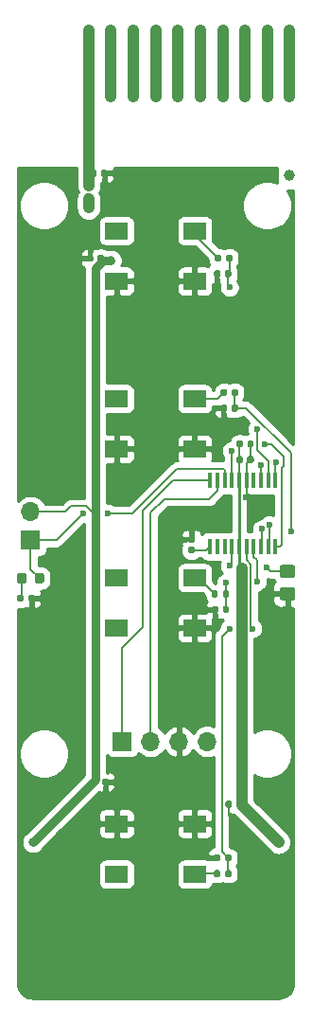
<source format=gbr>
G04 #@! TF.GenerationSoftware,KiCad,Pcbnew,5.1.8-db9833491~87~ubuntu20.04.1*
G04 #@! TF.CreationDate,2020-11-19T21:04:05-07:00*
G04 #@! TF.ProjectId,remote,72656d6f-7465-42e6-9b69-6361645f7063,rev?*
G04 #@! TF.SameCoordinates,Original*
G04 #@! TF.FileFunction,Copper,L1,Top*
G04 #@! TF.FilePolarity,Positive*
%FSLAX46Y46*%
G04 Gerber Fmt 4.6, Leading zero omitted, Abs format (unit mm)*
G04 Created by KiCad (PCBNEW 5.1.8-db9833491~87~ubuntu20.04.1) date 2020-11-19 21:04:05*
%MOMM*%
%LPD*%
G01*
G04 APERTURE LIST*
G04 #@! TA.AperFunction,ComponentPad*
%ADD10O,1.700000X1.700000*%
G04 #@! TD*
G04 #@! TA.AperFunction,ComponentPad*
%ADD11R,1.700000X1.700000*%
G04 #@! TD*
G04 #@! TA.AperFunction,SMDPad,CuDef*
%ADD12R,0.450000X1.450000*%
G04 #@! TD*
G04 #@! TA.AperFunction,SMDPad,CuDef*
%ADD13R,2.000000X1.500000*%
G04 #@! TD*
G04 #@! TA.AperFunction,ViaPad*
%ADD14C,1.000000*%
G04 #@! TD*
G04 #@! TA.AperFunction,ViaPad*
%ADD15C,0.600000*%
G04 #@! TD*
G04 #@! TA.AperFunction,ViaPad*
%ADD16C,0.800000*%
G04 #@! TD*
G04 #@! TA.AperFunction,Conductor*
%ADD17C,0.200000*%
G04 #@! TD*
G04 #@! TA.AperFunction,Conductor*
%ADD18C,1.000000*%
G04 #@! TD*
G04 #@! TA.AperFunction,Conductor*
%ADD19C,0.250000*%
G04 #@! TD*
G04 #@! TA.AperFunction,Conductor*
%ADD20C,0.750000*%
G04 #@! TD*
G04 #@! TA.AperFunction,Conductor*
%ADD21C,0.254000*%
G04 #@! TD*
G04 #@! TA.AperFunction,Conductor*
%ADD22C,0.100000*%
G04 #@! TD*
G04 APERTURE END LIST*
G04 #@! TA.AperFunction,SMDPad,CuDef*
G36*
G01*
X35640000Y-81785000D02*
X35640000Y-81415000D01*
G75*
G02*
X35775000Y-81280000I135000J0D01*
G01*
X36045000Y-81280000D01*
G75*
G02*
X36180000Y-81415000I0J-135000D01*
G01*
X36180000Y-81785000D01*
G75*
G02*
X36045000Y-81920000I-135000J0D01*
G01*
X35775000Y-81920000D01*
G75*
G02*
X35640000Y-81785000I0J135000D01*
G01*
G37*
G04 #@! TD.AperFunction*
G04 #@! TA.AperFunction,SMDPad,CuDef*
G36*
G01*
X34620000Y-81785000D02*
X34620000Y-81415000D01*
G75*
G02*
X34755000Y-81280000I135000J0D01*
G01*
X35025000Y-81280000D01*
G75*
G02*
X35160000Y-81415000I0J-135000D01*
G01*
X35160000Y-81785000D01*
G75*
G02*
X35025000Y-81920000I-135000J0D01*
G01*
X34755000Y-81920000D01*
G75*
G02*
X34620000Y-81785000I0J135000D01*
G01*
G37*
G04 #@! TD.AperFunction*
G04 #@! TA.AperFunction,SMDPad,CuDef*
G36*
G01*
X52850000Y-51015000D02*
X52850000Y-51385000D01*
G75*
G02*
X52715000Y-51520000I-135000J0D01*
G01*
X52445000Y-51520000D01*
G75*
G02*
X52310000Y-51385000I0J135000D01*
G01*
X52310000Y-51015000D01*
G75*
G02*
X52445000Y-50880000I135000J0D01*
G01*
X52715000Y-50880000D01*
G75*
G02*
X52850000Y-51015000I0J-135000D01*
G01*
G37*
G04 #@! TD.AperFunction*
G04 #@! TA.AperFunction,SMDPad,CuDef*
G36*
G01*
X53870000Y-51015000D02*
X53870000Y-51385000D01*
G75*
G02*
X53735000Y-51520000I-135000J0D01*
G01*
X53465000Y-51520000D01*
G75*
G02*
X53330000Y-51385000I0J135000D01*
G01*
X53330000Y-51015000D01*
G75*
G02*
X53465000Y-50880000I135000J0D01*
G01*
X53735000Y-50880000D01*
G75*
G02*
X53870000Y-51015000I0J-135000D01*
G01*
G37*
G04 #@! TD.AperFunction*
G04 #@! TA.AperFunction,SMDPad,CuDef*
G36*
G01*
X52560000Y-81015000D02*
X52560000Y-81385000D01*
G75*
G02*
X52425000Y-81520000I-135000J0D01*
G01*
X52155000Y-81520000D01*
G75*
G02*
X52020000Y-81385000I0J135000D01*
G01*
X52020000Y-81015000D01*
G75*
G02*
X52155000Y-80880000I135000J0D01*
G01*
X52425000Y-80880000D01*
G75*
G02*
X52560000Y-81015000I0J-135000D01*
G01*
G37*
G04 #@! TD.AperFunction*
G04 #@! TA.AperFunction,SMDPad,CuDef*
G36*
G01*
X53580000Y-81015000D02*
X53580000Y-81385000D01*
G75*
G02*
X53445000Y-81520000I-135000J0D01*
G01*
X53175000Y-81520000D01*
G75*
G02*
X53040000Y-81385000I0J135000D01*
G01*
X53040000Y-81015000D01*
G75*
G02*
X53175000Y-80880000I135000J0D01*
G01*
X53445000Y-80880000D01*
G75*
G02*
X53580000Y-81015000I0J-135000D01*
G01*
G37*
G04 #@! TD.AperFunction*
G04 #@! TA.AperFunction,SMDPad,CuDef*
G36*
G01*
X52760000Y-106015000D02*
X52760000Y-106385000D01*
G75*
G02*
X52625000Y-106520000I-135000J0D01*
G01*
X52355000Y-106520000D01*
G75*
G02*
X52220000Y-106385000I0J135000D01*
G01*
X52220000Y-106015000D01*
G75*
G02*
X52355000Y-105880000I135000J0D01*
G01*
X52625000Y-105880000D01*
G75*
G02*
X52760000Y-106015000I0J-135000D01*
G01*
G37*
G04 #@! TD.AperFunction*
G04 #@! TA.AperFunction,SMDPad,CuDef*
G36*
G01*
X53780000Y-106015000D02*
X53780000Y-106385000D01*
G75*
G02*
X53645000Y-106520000I-135000J0D01*
G01*
X53375000Y-106520000D01*
G75*
G02*
X53240000Y-106385000I0J135000D01*
G01*
X53240000Y-106015000D01*
G75*
G02*
X53375000Y-105880000I135000J0D01*
G01*
X53645000Y-105880000D01*
G75*
G02*
X53780000Y-106015000I0J-135000D01*
G01*
G37*
G04 #@! TD.AperFunction*
D10*
X35800000Y-71320000D03*
X35800000Y-73860000D03*
D11*
X35800000Y-76400000D03*
G04 #@! TA.AperFunction,SMDPad,CuDef*
G36*
G01*
X54800000Y-67630000D02*
X54800000Y-67970000D01*
G75*
G02*
X54660000Y-68110000I-140000J0D01*
G01*
X54380000Y-68110000D01*
G75*
G02*
X54240000Y-67970000I0J140000D01*
G01*
X54240000Y-67630000D01*
G75*
G02*
X54380000Y-67490000I140000J0D01*
G01*
X54660000Y-67490000D01*
G75*
G02*
X54800000Y-67630000I0J-140000D01*
G01*
G37*
G04 #@! TD.AperFunction*
G04 #@! TA.AperFunction,SMDPad,CuDef*
G36*
G01*
X55760000Y-67630000D02*
X55760000Y-67970000D01*
G75*
G02*
X55620000Y-68110000I-140000J0D01*
G01*
X55340000Y-68110000D01*
G75*
G02*
X55200000Y-67970000I0J140000D01*
G01*
X55200000Y-67630000D01*
G75*
G02*
X55340000Y-67490000I140000J0D01*
G01*
X55620000Y-67490000D01*
G75*
G02*
X55760000Y-67630000I0J-140000D01*
G01*
G37*
G04 #@! TD.AperFunction*
G04 #@! TA.AperFunction,SMDPad,CuDef*
G36*
G01*
X41800000Y-51370000D02*
X41800000Y-51030000D01*
G75*
G02*
X41940000Y-50890000I140000J0D01*
G01*
X42220000Y-50890000D01*
G75*
G02*
X42360000Y-51030000I0J-140000D01*
G01*
X42360000Y-51370000D01*
G75*
G02*
X42220000Y-51510000I-140000J0D01*
G01*
X41940000Y-51510000D01*
G75*
G02*
X41800000Y-51370000I0J140000D01*
G01*
G37*
G04 #@! TD.AperFunction*
G04 #@! TA.AperFunction,SMDPad,CuDef*
G36*
G01*
X40840000Y-51370000D02*
X40840000Y-51030000D01*
G75*
G02*
X40980000Y-50890000I140000J0D01*
G01*
X41260000Y-50890000D01*
G75*
G02*
X41400000Y-51030000I0J-140000D01*
G01*
X41400000Y-51370000D01*
G75*
G02*
X41260000Y-51510000I-140000J0D01*
G01*
X40980000Y-51510000D01*
G75*
G02*
X40840000Y-51370000I0J140000D01*
G01*
G37*
G04 #@! TD.AperFunction*
G04 #@! TA.AperFunction,SMDPad,CuDef*
G36*
G01*
X58349999Y-80600000D02*
X59250001Y-80600000D01*
G75*
G02*
X59500000Y-80849999I0J-249999D01*
G01*
X59500000Y-81550001D01*
G75*
G02*
X59250001Y-81800000I-249999J0D01*
G01*
X58349999Y-81800000D01*
G75*
G02*
X58100000Y-81550001I0J249999D01*
G01*
X58100000Y-80849999D01*
G75*
G02*
X58349999Y-80600000I249999J0D01*
G01*
G37*
G04 #@! TD.AperFunction*
G04 #@! TA.AperFunction,SMDPad,CuDef*
G36*
G01*
X58349999Y-78600000D02*
X59250001Y-78600000D01*
G75*
G02*
X59500000Y-78849999I0J-249999D01*
G01*
X59500000Y-79550001D01*
G75*
G02*
X59250001Y-79800000I-249999J0D01*
G01*
X58349999Y-79800000D01*
G75*
G02*
X58100000Y-79550001I0J249999D01*
G01*
X58100000Y-78849999D01*
G75*
G02*
X58349999Y-78600000I249999J0D01*
G01*
G37*
G04 #@! TD.AperFunction*
G04 #@! TA.AperFunction,SMDPad,CuDef*
G36*
G01*
X42090000Y-43772500D02*
X42090000Y-43427500D01*
G75*
G02*
X42237500Y-43280000I147500J0D01*
G01*
X42532500Y-43280000D01*
G75*
G02*
X42680000Y-43427500I0J-147500D01*
G01*
X42680000Y-43772500D01*
G75*
G02*
X42532500Y-43920000I-147500J0D01*
G01*
X42237500Y-43920000D01*
G75*
G02*
X42090000Y-43772500I0J147500D01*
G01*
G37*
G04 #@! TD.AperFunction*
G04 #@! TA.AperFunction,SMDPad,CuDef*
G36*
G01*
X41120000Y-43772500D02*
X41120000Y-43427500D01*
G75*
G02*
X41267500Y-43280000I147500J0D01*
G01*
X41562500Y-43280000D01*
G75*
G02*
X41710000Y-43427500I0J-147500D01*
G01*
X41710000Y-43772500D01*
G75*
G02*
X41562500Y-43920000I-147500J0D01*
G01*
X41267500Y-43920000D01*
G75*
G02*
X41120000Y-43772500I0J147500D01*
G01*
G37*
G04 #@! TD.AperFunction*
G04 #@! TA.AperFunction,SMDPad,CuDef*
G36*
G01*
X53000000Y-82770000D02*
X53000000Y-82430000D01*
G75*
G02*
X53140000Y-82290000I140000J0D01*
G01*
X53420000Y-82290000D01*
G75*
G02*
X53560000Y-82430000I0J-140000D01*
G01*
X53560000Y-82770000D01*
G75*
G02*
X53420000Y-82910000I-140000J0D01*
G01*
X53140000Y-82910000D01*
G75*
G02*
X53000000Y-82770000I0J140000D01*
G01*
G37*
G04 #@! TD.AperFunction*
G04 #@! TA.AperFunction,SMDPad,CuDef*
G36*
G01*
X52040000Y-82770000D02*
X52040000Y-82430000D01*
G75*
G02*
X52180000Y-82290000I140000J0D01*
G01*
X52460000Y-82290000D01*
G75*
G02*
X52600000Y-82430000I0J-140000D01*
G01*
X52600000Y-82770000D01*
G75*
G02*
X52460000Y-82910000I-140000J0D01*
G01*
X52180000Y-82910000D01*
G75*
G02*
X52040000Y-82770000I0J140000D01*
G01*
G37*
G04 #@! TD.AperFunction*
D12*
X51875000Y-71050000D03*
X52525000Y-71050000D03*
X53175000Y-71050000D03*
X53825000Y-71050000D03*
X54475000Y-71050000D03*
X55125000Y-71050000D03*
X55775000Y-71050000D03*
X56425000Y-71050000D03*
X57075000Y-71050000D03*
X57725000Y-71050000D03*
X57725000Y-76950000D03*
X57075000Y-76950000D03*
X56425000Y-76950000D03*
X55775000Y-76950000D03*
X55125000Y-76950000D03*
X54475000Y-76950000D03*
X53825000Y-76950000D03*
X53175000Y-76950000D03*
X52525000Y-76950000D03*
X51875000Y-76950000D03*
D13*
X50500000Y-53250000D03*
X43500000Y-53250000D03*
X50500000Y-48750000D03*
X43500000Y-48750000D03*
X50500000Y-68250000D03*
X43500000Y-68250000D03*
X50500000Y-63750000D03*
X43500000Y-63750000D03*
X50500000Y-84250000D03*
X43500000Y-84250000D03*
X50500000Y-79750000D03*
X43500000Y-79750000D03*
X43500000Y-101750000D03*
X50500000Y-101750000D03*
X43500000Y-106250000D03*
X50500000Y-106250000D03*
G04 #@! TA.AperFunction,SMDPad,CuDef*
G36*
G01*
X53410000Y-63027500D02*
X53410000Y-63372500D01*
G75*
G02*
X53262500Y-63520000I-147500J0D01*
G01*
X52967500Y-63520000D01*
G75*
G02*
X52820000Y-63372500I0J147500D01*
G01*
X52820000Y-63027500D01*
G75*
G02*
X52967500Y-62880000I147500J0D01*
G01*
X53262500Y-62880000D01*
G75*
G02*
X53410000Y-63027500I0J-147500D01*
G01*
G37*
G04 #@! TD.AperFunction*
G04 #@! TA.AperFunction,SMDPad,CuDef*
G36*
G01*
X54380000Y-63027500D02*
X54380000Y-63372500D01*
G75*
G02*
X54232500Y-63520000I-147500J0D01*
G01*
X53937500Y-63520000D01*
G75*
G02*
X53790000Y-63372500I0J147500D01*
G01*
X53790000Y-63027500D01*
G75*
G02*
X53937500Y-62880000I147500J0D01*
G01*
X54232500Y-62880000D01*
G75*
G02*
X54380000Y-63027500I0J-147500D01*
G01*
G37*
G04 #@! TD.AperFunction*
G04 #@! TA.AperFunction,SMDPad,CuDef*
G36*
G01*
X50372500Y-76610000D02*
X50027500Y-76610000D01*
G75*
G02*
X49880000Y-76462500I0J147500D01*
G01*
X49880000Y-76167500D01*
G75*
G02*
X50027500Y-76020000I147500J0D01*
G01*
X50372500Y-76020000D01*
G75*
G02*
X50520000Y-76167500I0J-147500D01*
G01*
X50520000Y-76462500D01*
G75*
G02*
X50372500Y-76610000I-147500J0D01*
G01*
G37*
G04 #@! TD.AperFunction*
G04 #@! TA.AperFunction,SMDPad,CuDef*
G36*
G01*
X50372500Y-77580000D02*
X50027500Y-77580000D01*
G75*
G02*
X49880000Y-77432500I0J147500D01*
G01*
X49880000Y-77137500D01*
G75*
G02*
X50027500Y-76990000I147500J0D01*
G01*
X50372500Y-76990000D01*
G75*
G02*
X50520000Y-77137500I0J-147500D01*
G01*
X50520000Y-77432500D01*
G75*
G02*
X50372500Y-77580000I-147500J0D01*
G01*
G37*
G04 #@! TD.AperFunction*
D10*
X51620000Y-94400000D03*
X49080000Y-94400000D03*
X46540000Y-94400000D03*
D11*
X44000000Y-94400000D03*
G04 #@! TA.AperFunction,SMDPad,CuDef*
G36*
G01*
X36150000Y-80056250D02*
X36150000Y-79543750D01*
G75*
G02*
X36368750Y-79325000I218750J0D01*
G01*
X36806250Y-79325000D01*
G75*
G02*
X37025000Y-79543750I0J-218750D01*
G01*
X37025000Y-80056250D01*
G75*
G02*
X36806250Y-80275000I-218750J0D01*
G01*
X36368750Y-80275000D01*
G75*
G02*
X36150000Y-80056250I0J218750D01*
G01*
G37*
G04 #@! TD.AperFunction*
G04 #@! TA.AperFunction,SMDPad,CuDef*
G36*
G01*
X34575000Y-80056250D02*
X34575000Y-79543750D01*
G75*
G02*
X34793750Y-79325000I218750J0D01*
G01*
X35231250Y-79325000D01*
G75*
G02*
X35450000Y-79543750I0J-218750D01*
G01*
X35450000Y-80056250D01*
G75*
G02*
X35231250Y-80275000I-218750J0D01*
G01*
X34793750Y-80275000D01*
G75*
G02*
X34575000Y-80056250I0J218750D01*
G01*
G37*
G04 #@! TD.AperFunction*
G04 #@! TA.AperFunction,SMDPad,CuDef*
G36*
G01*
X53190000Y-52772500D02*
X53190000Y-52427500D01*
G75*
G02*
X53337500Y-52280000I147500J0D01*
G01*
X53632500Y-52280000D01*
G75*
G02*
X53780000Y-52427500I0J-147500D01*
G01*
X53780000Y-52772500D01*
G75*
G02*
X53632500Y-52920000I-147500J0D01*
G01*
X53337500Y-52920000D01*
G75*
G02*
X53190000Y-52772500I0J147500D01*
G01*
G37*
G04 #@! TD.AperFunction*
G04 #@! TA.AperFunction,SMDPad,CuDef*
G36*
G01*
X52220000Y-52772500D02*
X52220000Y-52427500D01*
G75*
G02*
X52367500Y-52280000I147500J0D01*
G01*
X52662500Y-52280000D01*
G75*
G02*
X52810000Y-52427500I0J-147500D01*
G01*
X52810000Y-52772500D01*
G75*
G02*
X52662500Y-52920000I-147500J0D01*
G01*
X52367500Y-52920000D01*
G75*
G02*
X52220000Y-52772500I0J147500D01*
G01*
G37*
G04 #@! TD.AperFunction*
G04 #@! TA.AperFunction,SMDPad,CuDef*
G36*
G01*
X53790000Y-64772500D02*
X53790000Y-64427500D01*
G75*
G02*
X53937500Y-64280000I147500J0D01*
G01*
X54232500Y-64280000D01*
G75*
G02*
X54380000Y-64427500I0J-147500D01*
G01*
X54380000Y-64772500D01*
G75*
G02*
X54232500Y-64920000I-147500J0D01*
G01*
X53937500Y-64920000D01*
G75*
G02*
X53790000Y-64772500I0J147500D01*
G01*
G37*
G04 #@! TD.AperFunction*
G04 #@! TA.AperFunction,SMDPad,CuDef*
G36*
G01*
X52820000Y-64772500D02*
X52820000Y-64427500D01*
G75*
G02*
X52967500Y-64280000I147500J0D01*
G01*
X53262500Y-64280000D01*
G75*
G02*
X53410000Y-64427500I0J-147500D01*
G01*
X53410000Y-64772500D01*
G75*
G02*
X53262500Y-64920000I-147500J0D01*
G01*
X52967500Y-64920000D01*
G75*
G02*
X52820000Y-64772500I0J147500D01*
G01*
G37*
G04 #@! TD.AperFunction*
G04 #@! TA.AperFunction,SMDPad,CuDef*
G36*
G01*
X53190000Y-104972500D02*
X53190000Y-104627500D01*
G75*
G02*
X53337500Y-104480000I147500J0D01*
G01*
X53632500Y-104480000D01*
G75*
G02*
X53780000Y-104627500I0J-147500D01*
G01*
X53780000Y-104972500D01*
G75*
G02*
X53632500Y-105120000I-147500J0D01*
G01*
X53337500Y-105120000D01*
G75*
G02*
X53190000Y-104972500I0J147500D01*
G01*
G37*
G04 #@! TD.AperFunction*
G04 #@! TA.AperFunction,SMDPad,CuDef*
G36*
G01*
X52220000Y-104972500D02*
X52220000Y-104627500D01*
G75*
G02*
X52367500Y-104480000I147500J0D01*
G01*
X52662500Y-104480000D01*
G75*
G02*
X52810000Y-104627500I0J-147500D01*
G01*
X52810000Y-104972500D01*
G75*
G02*
X52662500Y-105120000I-147500J0D01*
G01*
X52367500Y-105120000D01*
G75*
G02*
X52220000Y-104972500I0J147500D01*
G01*
G37*
G04 #@! TD.AperFunction*
G04 #@! TA.AperFunction,SMDPad,CuDef*
G36*
G01*
X40827500Y-45390000D02*
X41172500Y-45390000D01*
G75*
G02*
X41320000Y-45537500I0J-147500D01*
G01*
X41320000Y-45832500D01*
G75*
G02*
X41172500Y-45980000I-147500J0D01*
G01*
X40827500Y-45980000D01*
G75*
G02*
X40680000Y-45832500I0J147500D01*
G01*
X40680000Y-45537500D01*
G75*
G02*
X40827500Y-45390000I147500J0D01*
G01*
G37*
G04 #@! TD.AperFunction*
G04 #@! TA.AperFunction,SMDPad,CuDef*
G36*
G01*
X40827500Y-44420000D02*
X41172500Y-44420000D01*
G75*
G02*
X41320000Y-44567500I0J-147500D01*
G01*
X41320000Y-44862500D01*
G75*
G02*
X41172500Y-45010000I-147500J0D01*
G01*
X40827500Y-45010000D01*
G75*
G02*
X40680000Y-44862500I0J147500D01*
G01*
X40680000Y-44567500D01*
G75*
G02*
X40827500Y-44420000I147500J0D01*
G01*
G37*
G04 #@! TD.AperFunction*
G04 #@! TA.AperFunction,SMDPad,CuDef*
G36*
G01*
X54190000Y-100172500D02*
X54190000Y-99827500D01*
G75*
G02*
X54337500Y-99680000I147500J0D01*
G01*
X54632500Y-99680000D01*
G75*
G02*
X54780000Y-99827500I0J-147500D01*
G01*
X54780000Y-100172500D01*
G75*
G02*
X54632500Y-100320000I-147500J0D01*
G01*
X54337500Y-100320000D01*
G75*
G02*
X54190000Y-100172500I0J147500D01*
G01*
G37*
G04 #@! TD.AperFunction*
G04 #@! TA.AperFunction,SMDPad,CuDef*
G36*
G01*
X53220000Y-100172500D02*
X53220000Y-99827500D01*
G75*
G02*
X53367500Y-99680000I147500J0D01*
G01*
X53662500Y-99680000D01*
G75*
G02*
X53810000Y-99827500I0J-147500D01*
G01*
X53810000Y-100172500D01*
G75*
G02*
X53662500Y-100320000I-147500J0D01*
G01*
X53367500Y-100320000D01*
G75*
G02*
X53220000Y-100172500I0J147500D01*
G01*
G37*
G04 #@! TD.AperFunction*
G04 #@! TA.AperFunction,SMDPad,CuDef*
G36*
G01*
X54810000Y-69027500D02*
X54810000Y-69372500D01*
G75*
G02*
X54662500Y-69520000I-147500J0D01*
G01*
X54367500Y-69520000D01*
G75*
G02*
X54220000Y-69372500I0J147500D01*
G01*
X54220000Y-69027500D01*
G75*
G02*
X54367500Y-68880000I147500J0D01*
G01*
X54662500Y-68880000D01*
G75*
G02*
X54810000Y-69027500I0J-147500D01*
G01*
G37*
G04 #@! TD.AperFunction*
G04 #@! TA.AperFunction,SMDPad,CuDef*
G36*
G01*
X55780000Y-69027500D02*
X55780000Y-69372500D01*
G75*
G02*
X55632500Y-69520000I-147500J0D01*
G01*
X55337500Y-69520000D01*
G75*
G02*
X55190000Y-69372500I0J147500D01*
G01*
X55190000Y-69027500D01*
G75*
G02*
X55337500Y-68880000I147500J0D01*
G01*
X55632500Y-68880000D01*
G75*
G02*
X55780000Y-69027500I0J-147500D01*
G01*
G37*
G04 #@! TD.AperFunction*
G04 #@! TA.AperFunction,SMDPad,CuDef*
G36*
G01*
X41810000Y-97827500D02*
X41810000Y-98172500D01*
G75*
G02*
X41662500Y-98320000I-147500J0D01*
G01*
X41367500Y-98320000D01*
G75*
G02*
X41220000Y-98172500I0J147500D01*
G01*
X41220000Y-97827500D01*
G75*
G02*
X41367500Y-97680000I147500J0D01*
G01*
X41662500Y-97680000D01*
G75*
G02*
X41810000Y-97827500I0J-147500D01*
G01*
G37*
G04 #@! TD.AperFunction*
G04 #@! TA.AperFunction,SMDPad,CuDef*
G36*
G01*
X42780000Y-97827500D02*
X42780000Y-98172500D01*
G75*
G02*
X42632500Y-98320000I-147500J0D01*
G01*
X42337500Y-98320000D01*
G75*
G02*
X42190000Y-98172500I0J147500D01*
G01*
X42190000Y-97827500D01*
G75*
G02*
X42337500Y-97680000I147500J0D01*
G01*
X42632500Y-97680000D01*
G75*
G02*
X42780000Y-97827500I0J-147500D01*
G01*
G37*
G04 #@! TD.AperFunction*
D14*
X59000000Y-43800000D03*
D15*
X43600000Y-100200000D03*
X47000000Y-100200000D03*
X39000000Y-104400000D03*
X43000000Y-104400000D03*
X47000000Y-104400000D03*
X51000000Y-104400000D03*
X55200000Y-108600000D03*
X51200000Y-108600000D03*
X47200000Y-108600000D03*
X43200000Y-108600000D03*
X39200000Y-108600000D03*
X40800000Y-112600000D03*
X44800000Y-112600000D03*
X48800000Y-112600000D03*
X52800000Y-112600000D03*
X55100000Y-72600000D03*
X50500000Y-100200000D03*
X54200000Y-101700000D03*
X35200000Y-43700000D03*
X39400000Y-43700000D03*
X43800000Y-43600000D03*
X47800000Y-43600000D03*
X51800000Y-43600000D03*
X55800000Y-43600000D03*
X43800000Y-46400000D03*
X47800000Y-46400000D03*
X51800000Y-46400000D03*
X54400000Y-46800000D03*
X35400000Y-116600000D03*
X39400000Y-116600000D03*
X43400000Y-116600000D03*
X47400000Y-116600000D03*
X51400000Y-116600000D03*
X55400000Y-116600000D03*
X58600000Y-116600000D03*
X58800000Y-112600000D03*
X56800000Y-112600000D03*
X36800000Y-112600000D03*
X35200000Y-112600000D03*
X56400000Y-104600000D03*
X35200000Y-102000000D03*
X35200000Y-97600000D03*
X39600000Y-97200000D03*
X40000000Y-93600000D03*
X35200000Y-93400000D03*
X35200000Y-89400000D03*
X35200000Y-85400000D03*
X35200000Y-83000000D03*
X40200000Y-89600000D03*
X40200000Y-85600000D03*
X40200000Y-81600000D03*
X40200000Y-76000000D03*
X37600000Y-78200000D03*
X40200000Y-72200000D03*
X40200000Y-68200000D03*
X39800000Y-64200000D03*
X40200000Y-60200000D03*
X40200000Y-56200000D03*
X40200000Y-52400000D03*
X35000000Y-66200000D03*
X35000000Y-62200000D03*
X35000000Y-58200000D03*
X35000000Y-54200000D03*
X35000000Y-50200000D03*
X59000000Y-48200000D03*
X59000000Y-52200000D03*
X59000000Y-56200000D03*
X59000000Y-57600000D03*
X54800000Y-53600000D03*
X54600000Y-50000000D03*
X43200000Y-72800000D03*
X43000000Y-70000000D03*
X48600000Y-69000000D03*
X43000000Y-66000000D03*
X48800000Y-65800000D03*
X48000000Y-61200000D03*
X43000000Y-61200000D03*
X43000000Y-57200000D03*
X48000000Y-57200000D03*
X48000000Y-53200000D03*
X45400000Y-53200000D03*
X46800000Y-50800000D03*
X53400000Y-72800000D03*
X53400000Y-75200000D03*
X48200000Y-73800000D03*
X48200000Y-77800000D03*
X48200000Y-81800000D03*
X51200000Y-81800000D03*
X51800000Y-86000000D03*
X47600000Y-88000000D03*
X47600000Y-92800000D03*
X51800000Y-90400000D03*
X51800000Y-92600000D03*
X48000000Y-85000000D03*
X51800000Y-96200000D03*
X47600000Y-96000000D03*
X43000000Y-96200000D03*
X59200000Y-102600000D03*
X56200000Y-97800000D03*
X59200000Y-96800000D03*
X59200000Y-94200000D03*
X56000000Y-93200000D03*
X59200000Y-90200000D03*
X59200000Y-86200000D03*
X59200000Y-82800000D03*
X56000000Y-89200000D03*
X56200000Y-85400000D03*
X57200000Y-80400000D03*
X55400000Y-75400000D03*
X57400000Y-73200000D03*
X59200000Y-67400000D03*
X59200000Y-62600000D03*
D16*
X58000000Y-103400000D03*
X36000000Y-103400000D03*
X43000000Y-51400000D03*
D15*
X54699999Y-94300001D03*
D14*
X41000000Y-30800000D03*
X59000000Y-30800000D03*
X59000000Y-36800000D03*
X57000000Y-30800000D03*
X57000000Y-36800000D03*
X55000000Y-30800000D03*
X55000000Y-36800000D03*
X53000000Y-30800000D03*
X53000000Y-36800000D03*
X51000000Y-30800000D03*
X51000000Y-36800000D03*
X49000000Y-30800000D03*
X49000000Y-36800000D03*
X47000000Y-30800000D03*
X47000000Y-36800000D03*
X45000000Y-30800000D03*
X45000000Y-36800000D03*
X43000000Y-30800000D03*
X43000000Y-36800000D03*
D15*
X42700000Y-74000000D03*
X40500000Y-74000000D03*
X53600000Y-78700000D03*
X56900000Y-78800000D03*
X53800000Y-68400000D03*
X56425000Y-69727657D03*
X56060010Y-66460010D03*
X57775010Y-69434406D03*
X56800000Y-67800000D03*
D16*
X41000000Y-46700000D03*
D15*
X55700000Y-84300000D03*
X53600000Y-84300000D03*
X53300000Y-80200000D03*
X56100019Y-80100000D03*
X59100000Y-75600000D03*
X56500000Y-75400000D03*
X53600000Y-53800000D03*
X57200000Y-74999990D03*
D17*
X55125000Y-69560000D02*
X55485000Y-69200000D01*
X55125000Y-71050000D02*
X55125000Y-69560000D01*
X55485000Y-67805000D02*
X55480000Y-67800000D01*
X55485000Y-69200000D02*
X55485000Y-67805000D01*
X55125000Y-72575000D02*
X55100000Y-72600000D01*
X55125000Y-71050000D02*
X55125000Y-72575000D01*
X50500000Y-101750000D02*
X50500000Y-100200000D01*
X53515000Y-101015000D02*
X54200000Y-101700000D01*
X53515000Y-100000000D02*
X53515000Y-101015000D01*
D18*
X58000000Y-103400000D02*
X54699999Y-100099999D01*
D19*
X54475000Y-78675000D02*
X54475000Y-76950000D01*
X54699999Y-78899999D02*
X54475000Y-78675000D01*
X54475000Y-76950000D02*
X54475000Y-71050000D01*
D20*
X42315000Y-51400000D02*
X41600000Y-52115000D01*
X41600000Y-97800000D02*
X36000000Y-103400000D01*
X42315000Y-51400000D02*
X42400000Y-51400000D01*
X42400000Y-51400000D02*
X43000000Y-51400000D01*
D17*
X54475000Y-69240000D02*
X54515000Y-69200000D01*
X54475000Y-71050000D02*
X54475000Y-69240000D01*
X54515000Y-67805000D02*
X54520000Y-67800000D01*
X54515000Y-69200000D02*
X54515000Y-67805000D01*
D18*
X54699999Y-94300001D02*
X54699999Y-78899999D01*
X54699999Y-100099999D02*
X54699999Y-94300001D01*
D17*
X35800000Y-73860000D02*
X38940000Y-73860000D01*
X41600000Y-74000000D02*
X41400000Y-74000000D01*
D20*
X41600000Y-52115000D02*
X41600000Y-74000000D01*
X41600000Y-74000000D02*
X41600000Y-97800000D01*
D17*
X40750000Y-73350000D02*
X39450000Y-73350000D01*
X41400000Y-74000000D02*
X40750000Y-73350000D01*
X38940000Y-73860000D02*
X39450000Y-73350000D01*
D18*
X59000000Y-30800000D02*
X59000000Y-36800000D01*
X57000000Y-36800000D02*
X57000000Y-30800000D01*
X55000000Y-30800000D02*
X55000000Y-36800000D01*
X53000000Y-36800000D02*
X53000000Y-30800000D01*
X51000000Y-30800000D02*
X51000000Y-36800000D01*
X49000000Y-36800000D02*
X49000000Y-30800000D01*
X47000000Y-30800000D02*
X47000000Y-36800000D01*
X45000000Y-36800000D02*
X45000000Y-30800000D01*
X43000000Y-30800000D02*
X43000000Y-36800000D01*
X41025000Y-42875000D02*
X41025000Y-30800000D01*
X41025000Y-42875000D02*
X41025000Y-44689990D01*
D17*
X35800000Y-79012500D02*
X36587500Y-79800000D01*
X35800000Y-76400000D02*
X35800000Y-79012500D01*
X53074999Y-70024999D02*
X48875001Y-70024999D01*
X53175000Y-70125000D02*
X53074999Y-70024999D01*
X53175000Y-71050000D02*
X53175000Y-70125000D01*
X44900000Y-74000000D02*
X42700000Y-74000000D01*
X48875001Y-70024999D02*
X44900000Y-74000000D01*
X38100000Y-76400000D02*
X35800000Y-76400000D01*
X40500000Y-74000000D02*
X38100000Y-76400000D01*
X35012500Y-81477500D02*
X34890000Y-81600000D01*
X35012500Y-79800000D02*
X35012500Y-81477500D01*
X52525000Y-71975000D02*
X51800000Y-72700000D01*
X52525000Y-71050000D02*
X52525000Y-71975000D01*
X51800000Y-72700000D02*
X47800000Y-72700000D01*
X46540000Y-73960000D02*
X46540000Y-94400000D01*
X47800000Y-72700000D02*
X46540000Y-73960000D01*
X44000000Y-86040002D02*
X44000000Y-94400000D01*
X45850000Y-84190002D02*
X44000000Y-86040002D01*
X45850000Y-84190002D02*
X45850000Y-73750000D01*
X48550000Y-71050000D02*
X51875000Y-71050000D01*
X45850000Y-73750000D02*
X48550000Y-71050000D01*
X53825000Y-78475000D02*
X53600000Y-78700000D01*
X53825000Y-76950000D02*
X53825000Y-78475000D01*
X57300000Y-79200000D02*
X58800000Y-79200000D01*
X56900000Y-78800000D02*
X57300000Y-79200000D01*
X53800000Y-71025000D02*
X53825000Y-71050000D01*
X53800000Y-68400000D02*
X53800000Y-71025000D01*
X56425000Y-69727657D02*
X56345423Y-69648080D01*
X56425000Y-71050000D02*
X56425000Y-69727657D01*
X56060010Y-66460010D02*
X56060010Y-68339990D01*
X56000000Y-66400000D02*
X56060010Y-66460010D01*
X57075000Y-69354980D02*
X57075000Y-71050000D01*
X56060010Y-68339990D02*
X57075000Y-69354980D01*
X57725000Y-71050000D02*
X57725000Y-69484416D01*
X57725000Y-69484416D02*
X57775010Y-69434406D01*
X57365685Y-67800000D02*
X58475011Y-68909326D01*
X58475011Y-68909326D02*
X58475011Y-69770407D01*
X58300001Y-76799999D02*
X58150000Y-76950000D01*
X58300001Y-69945417D02*
X58300001Y-76799999D01*
X56800000Y-67800000D02*
X57365685Y-67800000D01*
X58150000Y-76950000D02*
X57725000Y-76950000D01*
X58475011Y-69770407D02*
X58300001Y-69945417D01*
D18*
X41000000Y-46700000D02*
X41000000Y-45890000D01*
D17*
X55125000Y-78193616D02*
X55500009Y-78568625D01*
X55125000Y-76950000D02*
X55125000Y-78193616D01*
X55500009Y-84100009D02*
X55700000Y-84300000D01*
X55500009Y-78568625D02*
X55500009Y-84100009D01*
X52919990Y-104234990D02*
X53485000Y-104800000D01*
X52919990Y-84980010D02*
X52919990Y-104234990D01*
X53600000Y-84300000D02*
X52919990Y-84980010D01*
X53485000Y-106175000D02*
X53510000Y-106200000D01*
X53485000Y-104800000D02*
X53485000Y-106175000D01*
X53310000Y-82570000D02*
X53280000Y-82600000D01*
X53310000Y-81200000D02*
X53310000Y-82570000D01*
X53310000Y-80210000D02*
X53300000Y-80200000D01*
X53310000Y-81200000D02*
X53310000Y-80210000D01*
X56100019Y-78200019D02*
X56100019Y-80100000D01*
X55775000Y-76950000D02*
X55775000Y-77875000D01*
X55775000Y-77875000D02*
X56100019Y-78200019D01*
X54085000Y-63200000D02*
X54085000Y-64600000D01*
X54085000Y-64600000D02*
X55100000Y-64600000D01*
X59100000Y-68600000D02*
X59100000Y-75600000D01*
X55100000Y-64600000D02*
X59100000Y-68600000D01*
X56500000Y-76875000D02*
X56425000Y-76950000D01*
X56500000Y-75400000D02*
X56500000Y-76875000D01*
X53600000Y-52485000D02*
X53485000Y-52600000D01*
X53600000Y-51200000D02*
X53600000Y-52485000D01*
X53485000Y-53685000D02*
X53600000Y-53800000D01*
X53485000Y-52600000D02*
X53485000Y-53685000D01*
X57075000Y-76950000D02*
X57200000Y-76825000D01*
X57200000Y-76825000D02*
X57200000Y-74999990D01*
X51540000Y-77285000D02*
X51875000Y-76950000D01*
X50200000Y-77285000D02*
X51540000Y-77285000D01*
X50550000Y-106200000D02*
X50500000Y-106250000D01*
X52490000Y-106200000D02*
X50550000Y-106200000D01*
X50840000Y-79750000D02*
X52290000Y-81200000D01*
X50500000Y-79750000D02*
X50840000Y-79750000D01*
X52565000Y-63750000D02*
X53115000Y-63200000D01*
X50500000Y-63750000D02*
X52565000Y-63750000D01*
X50500000Y-49120000D02*
X52580000Y-51200000D01*
X50500000Y-48750000D02*
X50500000Y-49120000D01*
D21*
X53600000Y-72413072D02*
X53715001Y-72413072D01*
X53715000Y-75586928D01*
X53600000Y-75586928D01*
X53500000Y-75596777D01*
X53400000Y-75586928D01*
X52950000Y-75586928D01*
X52850000Y-75596777D01*
X52750000Y-75586928D01*
X52300000Y-75586928D01*
X52200000Y-75596777D01*
X52100000Y-75586928D01*
X51650000Y-75586928D01*
X51525518Y-75599188D01*
X51405820Y-75635498D01*
X51295506Y-75694463D01*
X51198815Y-75773815D01*
X51133161Y-75853814D01*
X51109502Y-75775820D01*
X51050537Y-75665506D01*
X50971185Y-75568815D01*
X50874494Y-75489463D01*
X50764180Y-75430498D01*
X50644482Y-75394188D01*
X50520000Y-75381928D01*
X50485750Y-75385000D01*
X50327000Y-75543750D01*
X50327000Y-76188000D01*
X50347000Y-76188000D01*
X50347000Y-76351928D01*
X50027500Y-76351928D01*
X49874243Y-76367023D01*
X49726875Y-76411726D01*
X49670237Y-76442000D01*
X49403750Y-76442000D01*
X49245000Y-76600750D01*
X49241928Y-76610000D01*
X49254188Y-76734482D01*
X49290498Y-76854180D01*
X49294312Y-76861316D01*
X49257023Y-76984243D01*
X49241928Y-77137500D01*
X49241928Y-77432500D01*
X49257023Y-77585757D01*
X49301726Y-77733125D01*
X49374321Y-77868940D01*
X49472017Y-77987983D01*
X49591060Y-78085679D01*
X49726875Y-78158274D01*
X49874243Y-78202977D01*
X50027500Y-78218072D01*
X50372500Y-78218072D01*
X50525757Y-78202977D01*
X50673125Y-78158274D01*
X50808940Y-78085679D01*
X50888970Y-78020000D01*
X51114388Y-78020000D01*
X51119463Y-78029494D01*
X51198815Y-78126185D01*
X51295506Y-78205537D01*
X51405820Y-78264502D01*
X51525518Y-78300812D01*
X51650000Y-78313072D01*
X52100000Y-78313072D01*
X52200000Y-78303223D01*
X52300000Y-78313072D01*
X52748234Y-78313072D01*
X52700932Y-78427271D01*
X52665000Y-78607911D01*
X52665000Y-78792089D01*
X52700932Y-78972729D01*
X52771414Y-79142889D01*
X52873738Y-79296028D01*
X52922174Y-79344464D01*
X52857111Y-79371414D01*
X52703972Y-79473738D01*
X52573738Y-79603972D01*
X52471414Y-79757111D01*
X52400932Y-79927271D01*
X52365000Y-80107911D01*
X52365000Y-80235553D01*
X52138072Y-80008625D01*
X52138072Y-79000000D01*
X52125812Y-78875518D01*
X52089502Y-78755820D01*
X52030537Y-78645506D01*
X51951185Y-78548815D01*
X51854494Y-78469463D01*
X51744180Y-78410498D01*
X51624482Y-78374188D01*
X51500000Y-78361928D01*
X49500000Y-78361928D01*
X49375518Y-78374188D01*
X49255820Y-78410498D01*
X49145506Y-78469463D01*
X49048815Y-78548815D01*
X48969463Y-78645506D01*
X48910498Y-78755820D01*
X48874188Y-78875518D01*
X48861928Y-79000000D01*
X48861928Y-80500000D01*
X48874188Y-80624482D01*
X48910498Y-80744180D01*
X48969463Y-80854494D01*
X49048815Y-80951185D01*
X49145506Y-81030537D01*
X49255820Y-81089502D01*
X49375518Y-81125812D01*
X49500000Y-81138072D01*
X51188625Y-81138072D01*
X51381928Y-81331375D01*
X51381928Y-81385000D01*
X51396782Y-81535819D01*
X51440775Y-81680842D01*
X51512214Y-81814496D01*
X51560437Y-81873255D01*
X51507844Y-81937941D01*
X51449386Y-82048524D01*
X51413625Y-82168387D01*
X51401935Y-82292923D01*
X51405000Y-82314250D01*
X51563750Y-82473000D01*
X52193000Y-82473000D01*
X52193000Y-82453000D01*
X52361928Y-82453000D01*
X52361928Y-82770000D01*
X52376878Y-82921794D01*
X52421155Y-83067755D01*
X52447000Y-83116108D01*
X52447000Y-83386250D01*
X52605750Y-83545000D01*
X52727348Y-83535235D01*
X52846878Y-83498377D01*
X52856509Y-83493172D01*
X52988206Y-83533122D01*
X53054924Y-83539693D01*
X53003972Y-83573738D01*
X52873738Y-83703972D01*
X52771414Y-83857111D01*
X52700932Y-84027271D01*
X52668068Y-84192485D01*
X52425798Y-84434756D01*
X52397752Y-84457773D01*
X52305903Y-84569691D01*
X52237653Y-84697378D01*
X52211878Y-84782346D01*
X52195625Y-84835925D01*
X52181434Y-84980010D01*
X52184990Y-85016115D01*
X52184990Y-93026675D01*
X52053158Y-92972068D01*
X51766260Y-92915000D01*
X51473740Y-92915000D01*
X51186842Y-92972068D01*
X50916589Y-93084010D01*
X50673368Y-93246525D01*
X50466525Y-93453368D01*
X50344805Y-93635534D01*
X50275178Y-93518645D01*
X50080269Y-93302412D01*
X49846920Y-93128359D01*
X49584099Y-93003175D01*
X49436890Y-92958524D01*
X49207000Y-93079845D01*
X49207000Y-94273000D01*
X49227000Y-94273000D01*
X49227000Y-94527000D01*
X49207000Y-94527000D01*
X49207000Y-95720155D01*
X49436890Y-95841476D01*
X49584099Y-95796825D01*
X49846920Y-95671641D01*
X50080269Y-95497588D01*
X50275178Y-95281355D01*
X50344805Y-95164466D01*
X50466525Y-95346632D01*
X50673368Y-95553475D01*
X50916589Y-95715990D01*
X51186842Y-95827932D01*
X51473740Y-95885000D01*
X51766260Y-95885000D01*
X52053158Y-95827932D01*
X52184991Y-95773325D01*
X52184991Y-103845376D01*
X52095518Y-103854188D01*
X51975820Y-103890498D01*
X51865506Y-103949463D01*
X51768815Y-104028815D01*
X51689463Y-104125506D01*
X51630498Y-104235820D01*
X51594188Y-104355518D01*
X51581928Y-104480000D01*
X51585000Y-104514250D01*
X51743750Y-104673000D01*
X52328629Y-104673000D01*
X52397753Y-104757228D01*
X52425798Y-104780244D01*
X52551928Y-104906374D01*
X52551928Y-104947000D01*
X52388000Y-104947000D01*
X52388000Y-104927000D01*
X51775053Y-104927000D01*
X51744180Y-104910498D01*
X51624482Y-104874188D01*
X51500000Y-104861928D01*
X49500000Y-104861928D01*
X49375518Y-104874188D01*
X49255820Y-104910498D01*
X49145506Y-104969463D01*
X49048815Y-105048815D01*
X48969463Y-105145506D01*
X48910498Y-105255820D01*
X48874188Y-105375518D01*
X48861928Y-105500000D01*
X48861928Y-107000000D01*
X48874188Y-107124482D01*
X48910498Y-107244180D01*
X48969463Y-107354494D01*
X49048815Y-107451185D01*
X49145506Y-107530537D01*
X49255820Y-107589502D01*
X49375518Y-107625812D01*
X49500000Y-107638072D01*
X51500000Y-107638072D01*
X51624482Y-107625812D01*
X51744180Y-107589502D01*
X51854494Y-107530537D01*
X51951185Y-107451185D01*
X52030537Y-107354494D01*
X52089502Y-107244180D01*
X52125812Y-107124482D01*
X52126294Y-107119591D01*
X52204181Y-107143218D01*
X52355000Y-107158072D01*
X52625000Y-107158072D01*
X52775819Y-107143218D01*
X52920842Y-107099225D01*
X53000000Y-107056914D01*
X53079158Y-107099225D01*
X53224181Y-107143218D01*
X53375000Y-107158072D01*
X53645000Y-107158072D01*
X53795819Y-107143218D01*
X53940842Y-107099225D01*
X54074496Y-107027786D01*
X54191644Y-106931644D01*
X54287786Y-106814496D01*
X54359225Y-106680842D01*
X54403218Y-106535819D01*
X54418072Y-106385000D01*
X54418072Y-106015000D01*
X54403218Y-105864181D01*
X54359225Y-105719158D01*
X54287786Y-105585504D01*
X54220000Y-105502907D01*
X54220000Y-105488970D01*
X54285679Y-105408940D01*
X54358274Y-105273125D01*
X54402977Y-105125757D01*
X54418072Y-104972500D01*
X54418072Y-104627500D01*
X54402977Y-104474243D01*
X54358274Y-104326875D01*
X54285679Y-104191060D01*
X54187983Y-104072017D01*
X54068940Y-103974321D01*
X53933125Y-103901726D01*
X53785757Y-103857023D01*
X53654990Y-103844143D01*
X53654990Y-100809240D01*
X53800750Y-100955000D01*
X53810000Y-100958072D01*
X53934482Y-100945812D01*
X53939238Y-100944369D01*
X57236856Y-104241988D01*
X57366377Y-104348283D01*
X57563553Y-104453675D01*
X57777500Y-104518577D01*
X57999999Y-104540490D01*
X58222498Y-104518577D01*
X58436446Y-104453675D01*
X58633622Y-104348283D01*
X58806448Y-104206448D01*
X58948283Y-104033622D01*
X59053675Y-103836446D01*
X59118577Y-103622498D01*
X59140490Y-103399999D01*
X59118577Y-103177500D01*
X59053675Y-102963553D01*
X58948283Y-102766377D01*
X58841988Y-102636856D01*
X55834999Y-99629868D01*
X55834999Y-97409582D01*
X55941331Y-97480631D01*
X56348075Y-97649110D01*
X56779872Y-97735000D01*
X57220128Y-97735000D01*
X57651925Y-97649110D01*
X58058669Y-97480631D01*
X58424729Y-97236038D01*
X58736038Y-96924729D01*
X58980631Y-96558669D01*
X59149110Y-96151925D01*
X59235000Y-95720128D01*
X59235000Y-95279872D01*
X59149110Y-94848075D01*
X58980631Y-94441331D01*
X58736038Y-94075271D01*
X58424729Y-93763962D01*
X58058669Y-93519369D01*
X57651925Y-93350890D01*
X57220128Y-93265000D01*
X56779872Y-93265000D01*
X56348075Y-93350890D01*
X55941331Y-93519369D01*
X55834999Y-93590418D01*
X55834999Y-85226465D01*
X55972729Y-85199068D01*
X56142889Y-85128586D01*
X56296028Y-85026262D01*
X56426262Y-84896028D01*
X56528586Y-84742889D01*
X56599068Y-84572729D01*
X56635000Y-84392089D01*
X56635000Y-84207911D01*
X56599068Y-84027271D01*
X56528586Y-83857111D01*
X56426262Y-83703972D01*
X56296028Y-83573738D01*
X56235009Y-83532966D01*
X56235009Y-81800000D01*
X57461928Y-81800000D01*
X57474188Y-81924482D01*
X57510498Y-82044180D01*
X57569463Y-82154494D01*
X57648815Y-82251185D01*
X57745506Y-82330537D01*
X57855820Y-82389502D01*
X57975518Y-82425812D01*
X58100000Y-82438072D01*
X58514250Y-82435000D01*
X58673000Y-82276250D01*
X58673000Y-81327000D01*
X57623750Y-81327000D01*
X57465000Y-81485750D01*
X57461928Y-81800000D01*
X56235009Y-81800000D01*
X56235009Y-81026466D01*
X56372748Y-80999068D01*
X56542908Y-80928586D01*
X56696047Y-80826262D01*
X56826281Y-80696028D01*
X56928605Y-80542889D01*
X56999087Y-80372729D01*
X57035019Y-80192089D01*
X57035019Y-80007911D01*
X57009169Y-79877955D01*
X57017367Y-79882337D01*
X57155915Y-79924365D01*
X57263895Y-79935000D01*
X57263904Y-79935000D01*
X57299999Y-79938555D01*
X57336094Y-79935000D01*
X57553661Y-79935000D01*
X57611595Y-80043387D01*
X57678276Y-80124637D01*
X57648815Y-80148815D01*
X57569463Y-80245506D01*
X57510498Y-80355820D01*
X57474188Y-80475518D01*
X57461928Y-80600000D01*
X57465000Y-80914250D01*
X57623750Y-81073000D01*
X58673000Y-81073000D01*
X58673000Y-81053000D01*
X58927000Y-81053000D01*
X58927000Y-81073000D01*
X58947000Y-81073000D01*
X58947000Y-81327000D01*
X58927000Y-81327000D01*
X58927000Y-82276250D01*
X59085750Y-82435000D01*
X59340001Y-82436885D01*
X59340001Y-115967711D01*
X59311375Y-116259660D01*
X59235965Y-116509429D01*
X59113477Y-116739794D01*
X58948579Y-116941979D01*
X58747546Y-117108288D01*
X58518046Y-117232378D01*
X58268805Y-117309531D01*
X57978911Y-117340000D01*
X36032279Y-117340000D01*
X35740340Y-117311375D01*
X35490571Y-117235965D01*
X35260206Y-117113477D01*
X35058021Y-116948579D01*
X34891712Y-116747546D01*
X34767622Y-116518046D01*
X34690469Y-116268805D01*
X34660000Y-115978911D01*
X34660000Y-105500000D01*
X41861928Y-105500000D01*
X41861928Y-107000000D01*
X41874188Y-107124482D01*
X41910498Y-107244180D01*
X41969463Y-107354494D01*
X42048815Y-107451185D01*
X42145506Y-107530537D01*
X42255820Y-107589502D01*
X42375518Y-107625812D01*
X42500000Y-107638072D01*
X44500000Y-107638072D01*
X44624482Y-107625812D01*
X44744180Y-107589502D01*
X44854494Y-107530537D01*
X44951185Y-107451185D01*
X45030537Y-107354494D01*
X45089502Y-107244180D01*
X45125812Y-107124482D01*
X45138072Y-107000000D01*
X45138072Y-105500000D01*
X45125812Y-105375518D01*
X45089502Y-105255820D01*
X45030537Y-105145506D01*
X44951185Y-105048815D01*
X44854494Y-104969463D01*
X44744180Y-104910498D01*
X44624482Y-104874188D01*
X44500000Y-104861928D01*
X42500000Y-104861928D01*
X42375518Y-104874188D01*
X42255820Y-104910498D01*
X42145506Y-104969463D01*
X42048815Y-105048815D01*
X41969463Y-105145506D01*
X41910498Y-105255820D01*
X41874188Y-105375518D01*
X41861928Y-105500000D01*
X34660000Y-105500000D01*
X34660000Y-95279872D01*
X34765000Y-95279872D01*
X34765000Y-95720128D01*
X34850890Y-96151925D01*
X35019369Y-96558669D01*
X35263962Y-96924729D01*
X35575271Y-97236038D01*
X35941331Y-97480631D01*
X36348075Y-97649110D01*
X36779872Y-97735000D01*
X37220128Y-97735000D01*
X37651925Y-97649110D01*
X38058669Y-97480631D01*
X38424729Y-97236038D01*
X38736038Y-96924729D01*
X38980631Y-96558669D01*
X39149110Y-96151925D01*
X39235000Y-95720128D01*
X39235000Y-95279872D01*
X39149110Y-94848075D01*
X38980631Y-94441331D01*
X38736038Y-94075271D01*
X38424729Y-93763962D01*
X38058669Y-93519369D01*
X37651925Y-93350890D01*
X37220128Y-93265000D01*
X36779872Y-93265000D01*
X36348075Y-93350890D01*
X35941331Y-93519369D01*
X35575271Y-93763962D01*
X35263962Y-94075271D01*
X35019369Y-94441331D01*
X34850890Y-94848075D01*
X34765000Y-95279872D01*
X34660000Y-95279872D01*
X34660000Y-82548716D01*
X34755000Y-82558072D01*
X35025000Y-82558072D01*
X35175819Y-82543218D01*
X35320842Y-82499225D01*
X35348549Y-82484416D01*
X35388558Y-82506441D01*
X35507798Y-82544226D01*
X35624250Y-82555000D01*
X35783000Y-82396250D01*
X35783000Y-81936538D01*
X35783218Y-81935819D01*
X35798072Y-81785000D01*
X35798072Y-81727000D01*
X36037000Y-81727000D01*
X36037000Y-82396250D01*
X36195750Y-82555000D01*
X36312202Y-82544226D01*
X36431442Y-82506441D01*
X36541020Y-82446118D01*
X36636724Y-82365578D01*
X36714876Y-82267914D01*
X36772473Y-82156879D01*
X36807301Y-82036742D01*
X36818023Y-81912119D01*
X36815000Y-81885750D01*
X36656250Y-81727000D01*
X36037000Y-81727000D01*
X35798072Y-81727000D01*
X35798072Y-81453000D01*
X36037000Y-81453000D01*
X36037000Y-81473000D01*
X36656250Y-81473000D01*
X36815000Y-81314250D01*
X36818023Y-81287881D01*
X36807301Y-81163258D01*
X36772473Y-81043121D01*
X36714876Y-80932086D01*
X36699661Y-80913072D01*
X36806250Y-80913072D01*
X36973408Y-80896608D01*
X37134142Y-80847850D01*
X37282275Y-80768671D01*
X37412115Y-80662115D01*
X37518671Y-80532275D01*
X37597850Y-80384142D01*
X37646608Y-80223408D01*
X37663072Y-80056250D01*
X37663072Y-79543750D01*
X37646608Y-79376592D01*
X37597850Y-79215858D01*
X37518671Y-79067725D01*
X37412115Y-78937885D01*
X37282275Y-78831329D01*
X37134142Y-78752150D01*
X36973408Y-78703392D01*
X36806250Y-78686928D01*
X36535000Y-78686928D01*
X36535000Y-77888072D01*
X36650000Y-77888072D01*
X36774482Y-77875812D01*
X36894180Y-77839502D01*
X37004494Y-77780537D01*
X37101185Y-77701185D01*
X37180537Y-77604494D01*
X37239502Y-77494180D01*
X37275812Y-77374482D01*
X37288072Y-77250000D01*
X37288072Y-77135000D01*
X38063895Y-77135000D01*
X38100000Y-77138556D01*
X38136105Y-77135000D01*
X38244085Y-77124365D01*
X38382633Y-77082337D01*
X38510320Y-77014087D01*
X38622238Y-76922238D01*
X38645259Y-76894188D01*
X40590000Y-74949447D01*
X40590001Y-97381643D01*
X35446777Y-102524868D01*
X35340226Y-102596063D01*
X35196063Y-102740226D01*
X35082795Y-102909744D01*
X35004774Y-103098102D01*
X34965000Y-103298061D01*
X34965000Y-103501939D01*
X35004774Y-103701898D01*
X35082795Y-103890256D01*
X35196063Y-104059774D01*
X35340226Y-104203937D01*
X35509744Y-104317205D01*
X35698102Y-104395226D01*
X35898061Y-104435000D01*
X36101939Y-104435000D01*
X36301898Y-104395226D01*
X36490256Y-104317205D01*
X36659774Y-104203937D01*
X36803937Y-104059774D01*
X36875132Y-103953223D01*
X38328355Y-102500000D01*
X41861928Y-102500000D01*
X41874188Y-102624482D01*
X41910498Y-102744180D01*
X41969463Y-102854494D01*
X42048815Y-102951185D01*
X42145506Y-103030537D01*
X42255820Y-103089502D01*
X42375518Y-103125812D01*
X42500000Y-103138072D01*
X43214250Y-103135000D01*
X43373000Y-102976250D01*
X43373000Y-101877000D01*
X43627000Y-101877000D01*
X43627000Y-102976250D01*
X43785750Y-103135000D01*
X44500000Y-103138072D01*
X44624482Y-103125812D01*
X44744180Y-103089502D01*
X44854494Y-103030537D01*
X44951185Y-102951185D01*
X45030537Y-102854494D01*
X45089502Y-102744180D01*
X45125812Y-102624482D01*
X45138072Y-102500000D01*
X48861928Y-102500000D01*
X48874188Y-102624482D01*
X48910498Y-102744180D01*
X48969463Y-102854494D01*
X49048815Y-102951185D01*
X49145506Y-103030537D01*
X49255820Y-103089502D01*
X49375518Y-103125812D01*
X49500000Y-103138072D01*
X50214250Y-103135000D01*
X50373000Y-102976250D01*
X50373000Y-101877000D01*
X50627000Y-101877000D01*
X50627000Y-102976250D01*
X50785750Y-103135000D01*
X51500000Y-103138072D01*
X51624482Y-103125812D01*
X51744180Y-103089502D01*
X51854494Y-103030537D01*
X51951185Y-102951185D01*
X52030537Y-102854494D01*
X52089502Y-102744180D01*
X52125812Y-102624482D01*
X52138072Y-102500000D01*
X52135000Y-102035750D01*
X51976250Y-101877000D01*
X50627000Y-101877000D01*
X50373000Y-101877000D01*
X49023750Y-101877000D01*
X48865000Y-102035750D01*
X48861928Y-102500000D01*
X45138072Y-102500000D01*
X45135000Y-102035750D01*
X44976250Y-101877000D01*
X43627000Y-101877000D01*
X43373000Y-101877000D01*
X42023750Y-101877000D01*
X41865000Y-102035750D01*
X41861928Y-102500000D01*
X38328355Y-102500000D01*
X39828355Y-101000000D01*
X41861928Y-101000000D01*
X41865000Y-101464250D01*
X42023750Y-101623000D01*
X43373000Y-101623000D01*
X43373000Y-100523750D01*
X43627000Y-100523750D01*
X43627000Y-101623000D01*
X44976250Y-101623000D01*
X45135000Y-101464250D01*
X45138072Y-101000000D01*
X48861928Y-101000000D01*
X48865000Y-101464250D01*
X49023750Y-101623000D01*
X50373000Y-101623000D01*
X50373000Y-100523750D01*
X50627000Y-100523750D01*
X50627000Y-101623000D01*
X51976250Y-101623000D01*
X52135000Y-101464250D01*
X52138072Y-101000000D01*
X52125812Y-100875518D01*
X52089502Y-100755820D01*
X52030537Y-100645506D01*
X51951185Y-100548815D01*
X51854494Y-100469463D01*
X51744180Y-100410498D01*
X51624482Y-100374188D01*
X51500000Y-100361928D01*
X50785750Y-100365000D01*
X50627000Y-100523750D01*
X50373000Y-100523750D01*
X50214250Y-100365000D01*
X49500000Y-100361928D01*
X49375518Y-100374188D01*
X49255820Y-100410498D01*
X49145506Y-100469463D01*
X49048815Y-100548815D01*
X48969463Y-100645506D01*
X48910498Y-100755820D01*
X48874188Y-100875518D01*
X48861928Y-101000000D01*
X45138072Y-101000000D01*
X45125812Y-100875518D01*
X45089502Y-100755820D01*
X45030537Y-100645506D01*
X44951185Y-100548815D01*
X44854494Y-100469463D01*
X44744180Y-100410498D01*
X44624482Y-100374188D01*
X44500000Y-100361928D01*
X43785750Y-100365000D01*
X43627000Y-100523750D01*
X43373000Y-100523750D01*
X43214250Y-100365000D01*
X42500000Y-100361928D01*
X42375518Y-100374188D01*
X42255820Y-100410498D01*
X42145506Y-100469463D01*
X42048815Y-100548815D01*
X41969463Y-100645506D01*
X41910498Y-100755820D01*
X41874188Y-100875518D01*
X41861928Y-101000000D01*
X39828355Y-101000000D01*
X41915694Y-98912662D01*
X41938684Y-98905688D01*
X41945820Y-98909502D01*
X42065518Y-98945812D01*
X42190000Y-98958072D01*
X42199250Y-98955000D01*
X42358000Y-98796250D01*
X42358000Y-98529763D01*
X42388274Y-98473125D01*
X42408277Y-98407182D01*
X42443847Y-98363840D01*
X42537632Y-98188380D01*
X42542449Y-98172500D01*
X42556251Y-98127000D01*
X42612000Y-98127000D01*
X42612000Y-98796250D01*
X42770750Y-98955000D01*
X42780000Y-98958072D01*
X42904482Y-98945812D01*
X43024180Y-98909502D01*
X43134494Y-98850537D01*
X43231185Y-98771185D01*
X43310537Y-98674494D01*
X43369502Y-98564180D01*
X43405812Y-98444482D01*
X43418072Y-98320000D01*
X43415000Y-98285750D01*
X43256250Y-98127000D01*
X42612000Y-98127000D01*
X42556251Y-98127000D01*
X42595385Y-97997995D01*
X42609666Y-97853000D01*
X42612000Y-97853000D01*
X42612000Y-97873000D01*
X43256250Y-97873000D01*
X43415000Y-97714250D01*
X43418072Y-97680000D01*
X43405812Y-97555518D01*
X43369502Y-97435820D01*
X43310537Y-97325506D01*
X43231185Y-97228815D01*
X43134494Y-97149463D01*
X43024180Y-97090498D01*
X42904482Y-97054188D01*
X42780000Y-97041928D01*
X42770750Y-97045000D01*
X42612002Y-97203748D01*
X42612002Y-97045000D01*
X42610000Y-97045000D01*
X42610000Y-95586790D01*
X42619463Y-95604494D01*
X42698815Y-95701185D01*
X42795506Y-95780537D01*
X42905820Y-95839502D01*
X43025518Y-95875812D01*
X43150000Y-95888072D01*
X44850000Y-95888072D01*
X44974482Y-95875812D01*
X45094180Y-95839502D01*
X45204494Y-95780537D01*
X45301185Y-95701185D01*
X45380537Y-95604494D01*
X45439502Y-95494180D01*
X45461513Y-95421620D01*
X45593368Y-95553475D01*
X45836589Y-95715990D01*
X46106842Y-95827932D01*
X46393740Y-95885000D01*
X46686260Y-95885000D01*
X46973158Y-95827932D01*
X47243411Y-95715990D01*
X47486632Y-95553475D01*
X47693475Y-95346632D01*
X47815195Y-95164466D01*
X47884822Y-95281355D01*
X48079731Y-95497588D01*
X48313080Y-95671641D01*
X48575901Y-95796825D01*
X48723110Y-95841476D01*
X48953000Y-95720155D01*
X48953000Y-94527000D01*
X48933000Y-94527000D01*
X48933000Y-94273000D01*
X48953000Y-94273000D01*
X48953000Y-93079845D01*
X48723110Y-92958524D01*
X48575901Y-93003175D01*
X48313080Y-93128359D01*
X48079731Y-93302412D01*
X47884822Y-93518645D01*
X47815195Y-93635534D01*
X47693475Y-93453368D01*
X47486632Y-93246525D01*
X47275000Y-93105117D01*
X47275000Y-85000000D01*
X48861928Y-85000000D01*
X48874188Y-85124482D01*
X48910498Y-85244180D01*
X48969463Y-85354494D01*
X49048815Y-85451185D01*
X49145506Y-85530537D01*
X49255820Y-85589502D01*
X49375518Y-85625812D01*
X49500000Y-85638072D01*
X50214250Y-85635000D01*
X50373000Y-85476250D01*
X50373000Y-84377000D01*
X50627000Y-84377000D01*
X50627000Y-85476250D01*
X50785750Y-85635000D01*
X51500000Y-85638072D01*
X51624482Y-85625812D01*
X51744180Y-85589502D01*
X51854494Y-85530537D01*
X51951185Y-85451185D01*
X52030537Y-85354494D01*
X52089502Y-85244180D01*
X52125812Y-85124482D01*
X52138072Y-85000000D01*
X52135000Y-84535750D01*
X51976250Y-84377000D01*
X50627000Y-84377000D01*
X50373000Y-84377000D01*
X49023750Y-84377000D01*
X48865000Y-84535750D01*
X48861928Y-85000000D01*
X47275000Y-85000000D01*
X47275000Y-83500000D01*
X48861928Y-83500000D01*
X48865000Y-83964250D01*
X49023750Y-84123000D01*
X50373000Y-84123000D01*
X50373000Y-83023750D01*
X50627000Y-83023750D01*
X50627000Y-84123000D01*
X51976250Y-84123000D01*
X52135000Y-83964250D01*
X52138072Y-83500000D01*
X52132798Y-83446452D01*
X52193000Y-83386250D01*
X52193000Y-82727000D01*
X51563750Y-82727000D01*
X51428515Y-82862235D01*
X50785750Y-82865000D01*
X50627000Y-83023750D01*
X50373000Y-83023750D01*
X50214250Y-82865000D01*
X49500000Y-82861928D01*
X49375518Y-82874188D01*
X49255820Y-82910498D01*
X49145506Y-82969463D01*
X49048815Y-83048815D01*
X48969463Y-83145506D01*
X48910498Y-83255820D01*
X48874188Y-83375518D01*
X48861928Y-83500000D01*
X47275000Y-83500000D01*
X47275000Y-76020000D01*
X49241928Y-76020000D01*
X49245000Y-76029250D01*
X49403750Y-76188000D01*
X50073000Y-76188000D01*
X50073000Y-75543750D01*
X49914250Y-75385000D01*
X49880000Y-75381928D01*
X49755518Y-75394188D01*
X49635820Y-75430498D01*
X49525506Y-75489463D01*
X49428815Y-75568815D01*
X49349463Y-75665506D01*
X49290498Y-75775820D01*
X49254188Y-75895518D01*
X49241928Y-76020000D01*
X47275000Y-76020000D01*
X47275000Y-74264446D01*
X48104447Y-73435000D01*
X51763895Y-73435000D01*
X51800000Y-73438556D01*
X51836105Y-73435000D01*
X51944085Y-73424365D01*
X52082633Y-73382337D01*
X52210320Y-73314087D01*
X52322238Y-73222238D01*
X52345258Y-73194188D01*
X53019193Y-72520254D01*
X53047238Y-72497238D01*
X53116311Y-72413072D01*
X53400000Y-72413072D01*
X53500000Y-72403223D01*
X53600000Y-72413072D01*
G04 #@! TA.AperFunction,Conductor*
D22*
G36*
X53600000Y-72413072D02*
G01*
X53715001Y-72413072D01*
X53715000Y-75586928D01*
X53600000Y-75586928D01*
X53500000Y-75596777D01*
X53400000Y-75586928D01*
X52950000Y-75586928D01*
X52850000Y-75596777D01*
X52750000Y-75586928D01*
X52300000Y-75586928D01*
X52200000Y-75596777D01*
X52100000Y-75586928D01*
X51650000Y-75586928D01*
X51525518Y-75599188D01*
X51405820Y-75635498D01*
X51295506Y-75694463D01*
X51198815Y-75773815D01*
X51133161Y-75853814D01*
X51109502Y-75775820D01*
X51050537Y-75665506D01*
X50971185Y-75568815D01*
X50874494Y-75489463D01*
X50764180Y-75430498D01*
X50644482Y-75394188D01*
X50520000Y-75381928D01*
X50485750Y-75385000D01*
X50327000Y-75543750D01*
X50327000Y-76188000D01*
X50347000Y-76188000D01*
X50347000Y-76351928D01*
X50027500Y-76351928D01*
X49874243Y-76367023D01*
X49726875Y-76411726D01*
X49670237Y-76442000D01*
X49403750Y-76442000D01*
X49245000Y-76600750D01*
X49241928Y-76610000D01*
X49254188Y-76734482D01*
X49290498Y-76854180D01*
X49294312Y-76861316D01*
X49257023Y-76984243D01*
X49241928Y-77137500D01*
X49241928Y-77432500D01*
X49257023Y-77585757D01*
X49301726Y-77733125D01*
X49374321Y-77868940D01*
X49472017Y-77987983D01*
X49591060Y-78085679D01*
X49726875Y-78158274D01*
X49874243Y-78202977D01*
X50027500Y-78218072D01*
X50372500Y-78218072D01*
X50525757Y-78202977D01*
X50673125Y-78158274D01*
X50808940Y-78085679D01*
X50888970Y-78020000D01*
X51114388Y-78020000D01*
X51119463Y-78029494D01*
X51198815Y-78126185D01*
X51295506Y-78205537D01*
X51405820Y-78264502D01*
X51525518Y-78300812D01*
X51650000Y-78313072D01*
X52100000Y-78313072D01*
X52200000Y-78303223D01*
X52300000Y-78313072D01*
X52748234Y-78313072D01*
X52700932Y-78427271D01*
X52665000Y-78607911D01*
X52665000Y-78792089D01*
X52700932Y-78972729D01*
X52771414Y-79142889D01*
X52873738Y-79296028D01*
X52922174Y-79344464D01*
X52857111Y-79371414D01*
X52703972Y-79473738D01*
X52573738Y-79603972D01*
X52471414Y-79757111D01*
X52400932Y-79927271D01*
X52365000Y-80107911D01*
X52365000Y-80235553D01*
X52138072Y-80008625D01*
X52138072Y-79000000D01*
X52125812Y-78875518D01*
X52089502Y-78755820D01*
X52030537Y-78645506D01*
X51951185Y-78548815D01*
X51854494Y-78469463D01*
X51744180Y-78410498D01*
X51624482Y-78374188D01*
X51500000Y-78361928D01*
X49500000Y-78361928D01*
X49375518Y-78374188D01*
X49255820Y-78410498D01*
X49145506Y-78469463D01*
X49048815Y-78548815D01*
X48969463Y-78645506D01*
X48910498Y-78755820D01*
X48874188Y-78875518D01*
X48861928Y-79000000D01*
X48861928Y-80500000D01*
X48874188Y-80624482D01*
X48910498Y-80744180D01*
X48969463Y-80854494D01*
X49048815Y-80951185D01*
X49145506Y-81030537D01*
X49255820Y-81089502D01*
X49375518Y-81125812D01*
X49500000Y-81138072D01*
X51188625Y-81138072D01*
X51381928Y-81331375D01*
X51381928Y-81385000D01*
X51396782Y-81535819D01*
X51440775Y-81680842D01*
X51512214Y-81814496D01*
X51560437Y-81873255D01*
X51507844Y-81937941D01*
X51449386Y-82048524D01*
X51413625Y-82168387D01*
X51401935Y-82292923D01*
X51405000Y-82314250D01*
X51563750Y-82473000D01*
X52193000Y-82473000D01*
X52193000Y-82453000D01*
X52361928Y-82453000D01*
X52361928Y-82770000D01*
X52376878Y-82921794D01*
X52421155Y-83067755D01*
X52447000Y-83116108D01*
X52447000Y-83386250D01*
X52605750Y-83545000D01*
X52727348Y-83535235D01*
X52846878Y-83498377D01*
X52856509Y-83493172D01*
X52988206Y-83533122D01*
X53054924Y-83539693D01*
X53003972Y-83573738D01*
X52873738Y-83703972D01*
X52771414Y-83857111D01*
X52700932Y-84027271D01*
X52668068Y-84192485D01*
X52425798Y-84434756D01*
X52397752Y-84457773D01*
X52305903Y-84569691D01*
X52237653Y-84697378D01*
X52211878Y-84782346D01*
X52195625Y-84835925D01*
X52181434Y-84980010D01*
X52184990Y-85016115D01*
X52184990Y-93026675D01*
X52053158Y-92972068D01*
X51766260Y-92915000D01*
X51473740Y-92915000D01*
X51186842Y-92972068D01*
X50916589Y-93084010D01*
X50673368Y-93246525D01*
X50466525Y-93453368D01*
X50344805Y-93635534D01*
X50275178Y-93518645D01*
X50080269Y-93302412D01*
X49846920Y-93128359D01*
X49584099Y-93003175D01*
X49436890Y-92958524D01*
X49207000Y-93079845D01*
X49207000Y-94273000D01*
X49227000Y-94273000D01*
X49227000Y-94527000D01*
X49207000Y-94527000D01*
X49207000Y-95720155D01*
X49436890Y-95841476D01*
X49584099Y-95796825D01*
X49846920Y-95671641D01*
X50080269Y-95497588D01*
X50275178Y-95281355D01*
X50344805Y-95164466D01*
X50466525Y-95346632D01*
X50673368Y-95553475D01*
X50916589Y-95715990D01*
X51186842Y-95827932D01*
X51473740Y-95885000D01*
X51766260Y-95885000D01*
X52053158Y-95827932D01*
X52184991Y-95773325D01*
X52184991Y-103845376D01*
X52095518Y-103854188D01*
X51975820Y-103890498D01*
X51865506Y-103949463D01*
X51768815Y-104028815D01*
X51689463Y-104125506D01*
X51630498Y-104235820D01*
X51594188Y-104355518D01*
X51581928Y-104480000D01*
X51585000Y-104514250D01*
X51743750Y-104673000D01*
X52328629Y-104673000D01*
X52397753Y-104757228D01*
X52425798Y-104780244D01*
X52551928Y-104906374D01*
X52551928Y-104947000D01*
X52388000Y-104947000D01*
X52388000Y-104927000D01*
X51775053Y-104927000D01*
X51744180Y-104910498D01*
X51624482Y-104874188D01*
X51500000Y-104861928D01*
X49500000Y-104861928D01*
X49375518Y-104874188D01*
X49255820Y-104910498D01*
X49145506Y-104969463D01*
X49048815Y-105048815D01*
X48969463Y-105145506D01*
X48910498Y-105255820D01*
X48874188Y-105375518D01*
X48861928Y-105500000D01*
X48861928Y-107000000D01*
X48874188Y-107124482D01*
X48910498Y-107244180D01*
X48969463Y-107354494D01*
X49048815Y-107451185D01*
X49145506Y-107530537D01*
X49255820Y-107589502D01*
X49375518Y-107625812D01*
X49500000Y-107638072D01*
X51500000Y-107638072D01*
X51624482Y-107625812D01*
X51744180Y-107589502D01*
X51854494Y-107530537D01*
X51951185Y-107451185D01*
X52030537Y-107354494D01*
X52089502Y-107244180D01*
X52125812Y-107124482D01*
X52126294Y-107119591D01*
X52204181Y-107143218D01*
X52355000Y-107158072D01*
X52625000Y-107158072D01*
X52775819Y-107143218D01*
X52920842Y-107099225D01*
X53000000Y-107056914D01*
X53079158Y-107099225D01*
X53224181Y-107143218D01*
X53375000Y-107158072D01*
X53645000Y-107158072D01*
X53795819Y-107143218D01*
X53940842Y-107099225D01*
X54074496Y-107027786D01*
X54191644Y-106931644D01*
X54287786Y-106814496D01*
X54359225Y-106680842D01*
X54403218Y-106535819D01*
X54418072Y-106385000D01*
X54418072Y-106015000D01*
X54403218Y-105864181D01*
X54359225Y-105719158D01*
X54287786Y-105585504D01*
X54220000Y-105502907D01*
X54220000Y-105488970D01*
X54285679Y-105408940D01*
X54358274Y-105273125D01*
X54402977Y-105125757D01*
X54418072Y-104972500D01*
X54418072Y-104627500D01*
X54402977Y-104474243D01*
X54358274Y-104326875D01*
X54285679Y-104191060D01*
X54187983Y-104072017D01*
X54068940Y-103974321D01*
X53933125Y-103901726D01*
X53785757Y-103857023D01*
X53654990Y-103844143D01*
X53654990Y-100809240D01*
X53800750Y-100955000D01*
X53810000Y-100958072D01*
X53934482Y-100945812D01*
X53939238Y-100944369D01*
X57236856Y-104241988D01*
X57366377Y-104348283D01*
X57563553Y-104453675D01*
X57777500Y-104518577D01*
X57999999Y-104540490D01*
X58222498Y-104518577D01*
X58436446Y-104453675D01*
X58633622Y-104348283D01*
X58806448Y-104206448D01*
X58948283Y-104033622D01*
X59053675Y-103836446D01*
X59118577Y-103622498D01*
X59140490Y-103399999D01*
X59118577Y-103177500D01*
X59053675Y-102963553D01*
X58948283Y-102766377D01*
X58841988Y-102636856D01*
X55834999Y-99629868D01*
X55834999Y-97409582D01*
X55941331Y-97480631D01*
X56348075Y-97649110D01*
X56779872Y-97735000D01*
X57220128Y-97735000D01*
X57651925Y-97649110D01*
X58058669Y-97480631D01*
X58424729Y-97236038D01*
X58736038Y-96924729D01*
X58980631Y-96558669D01*
X59149110Y-96151925D01*
X59235000Y-95720128D01*
X59235000Y-95279872D01*
X59149110Y-94848075D01*
X58980631Y-94441331D01*
X58736038Y-94075271D01*
X58424729Y-93763962D01*
X58058669Y-93519369D01*
X57651925Y-93350890D01*
X57220128Y-93265000D01*
X56779872Y-93265000D01*
X56348075Y-93350890D01*
X55941331Y-93519369D01*
X55834999Y-93590418D01*
X55834999Y-85226465D01*
X55972729Y-85199068D01*
X56142889Y-85128586D01*
X56296028Y-85026262D01*
X56426262Y-84896028D01*
X56528586Y-84742889D01*
X56599068Y-84572729D01*
X56635000Y-84392089D01*
X56635000Y-84207911D01*
X56599068Y-84027271D01*
X56528586Y-83857111D01*
X56426262Y-83703972D01*
X56296028Y-83573738D01*
X56235009Y-83532966D01*
X56235009Y-81800000D01*
X57461928Y-81800000D01*
X57474188Y-81924482D01*
X57510498Y-82044180D01*
X57569463Y-82154494D01*
X57648815Y-82251185D01*
X57745506Y-82330537D01*
X57855820Y-82389502D01*
X57975518Y-82425812D01*
X58100000Y-82438072D01*
X58514250Y-82435000D01*
X58673000Y-82276250D01*
X58673000Y-81327000D01*
X57623750Y-81327000D01*
X57465000Y-81485750D01*
X57461928Y-81800000D01*
X56235009Y-81800000D01*
X56235009Y-81026466D01*
X56372748Y-80999068D01*
X56542908Y-80928586D01*
X56696047Y-80826262D01*
X56826281Y-80696028D01*
X56928605Y-80542889D01*
X56999087Y-80372729D01*
X57035019Y-80192089D01*
X57035019Y-80007911D01*
X57009169Y-79877955D01*
X57017367Y-79882337D01*
X57155915Y-79924365D01*
X57263895Y-79935000D01*
X57263904Y-79935000D01*
X57299999Y-79938555D01*
X57336094Y-79935000D01*
X57553661Y-79935000D01*
X57611595Y-80043387D01*
X57678276Y-80124637D01*
X57648815Y-80148815D01*
X57569463Y-80245506D01*
X57510498Y-80355820D01*
X57474188Y-80475518D01*
X57461928Y-80600000D01*
X57465000Y-80914250D01*
X57623750Y-81073000D01*
X58673000Y-81073000D01*
X58673000Y-81053000D01*
X58927000Y-81053000D01*
X58927000Y-81073000D01*
X58947000Y-81073000D01*
X58947000Y-81327000D01*
X58927000Y-81327000D01*
X58927000Y-82276250D01*
X59085750Y-82435000D01*
X59340001Y-82436885D01*
X59340001Y-115967711D01*
X59311375Y-116259660D01*
X59235965Y-116509429D01*
X59113477Y-116739794D01*
X58948579Y-116941979D01*
X58747546Y-117108288D01*
X58518046Y-117232378D01*
X58268805Y-117309531D01*
X57978911Y-117340000D01*
X36032279Y-117340000D01*
X35740340Y-117311375D01*
X35490571Y-117235965D01*
X35260206Y-117113477D01*
X35058021Y-116948579D01*
X34891712Y-116747546D01*
X34767622Y-116518046D01*
X34690469Y-116268805D01*
X34660000Y-115978911D01*
X34660000Y-105500000D01*
X41861928Y-105500000D01*
X41861928Y-107000000D01*
X41874188Y-107124482D01*
X41910498Y-107244180D01*
X41969463Y-107354494D01*
X42048815Y-107451185D01*
X42145506Y-107530537D01*
X42255820Y-107589502D01*
X42375518Y-107625812D01*
X42500000Y-107638072D01*
X44500000Y-107638072D01*
X44624482Y-107625812D01*
X44744180Y-107589502D01*
X44854494Y-107530537D01*
X44951185Y-107451185D01*
X45030537Y-107354494D01*
X45089502Y-107244180D01*
X45125812Y-107124482D01*
X45138072Y-107000000D01*
X45138072Y-105500000D01*
X45125812Y-105375518D01*
X45089502Y-105255820D01*
X45030537Y-105145506D01*
X44951185Y-105048815D01*
X44854494Y-104969463D01*
X44744180Y-104910498D01*
X44624482Y-104874188D01*
X44500000Y-104861928D01*
X42500000Y-104861928D01*
X42375518Y-104874188D01*
X42255820Y-104910498D01*
X42145506Y-104969463D01*
X42048815Y-105048815D01*
X41969463Y-105145506D01*
X41910498Y-105255820D01*
X41874188Y-105375518D01*
X41861928Y-105500000D01*
X34660000Y-105500000D01*
X34660000Y-95279872D01*
X34765000Y-95279872D01*
X34765000Y-95720128D01*
X34850890Y-96151925D01*
X35019369Y-96558669D01*
X35263962Y-96924729D01*
X35575271Y-97236038D01*
X35941331Y-97480631D01*
X36348075Y-97649110D01*
X36779872Y-97735000D01*
X37220128Y-97735000D01*
X37651925Y-97649110D01*
X38058669Y-97480631D01*
X38424729Y-97236038D01*
X38736038Y-96924729D01*
X38980631Y-96558669D01*
X39149110Y-96151925D01*
X39235000Y-95720128D01*
X39235000Y-95279872D01*
X39149110Y-94848075D01*
X38980631Y-94441331D01*
X38736038Y-94075271D01*
X38424729Y-93763962D01*
X38058669Y-93519369D01*
X37651925Y-93350890D01*
X37220128Y-93265000D01*
X36779872Y-93265000D01*
X36348075Y-93350890D01*
X35941331Y-93519369D01*
X35575271Y-93763962D01*
X35263962Y-94075271D01*
X35019369Y-94441331D01*
X34850890Y-94848075D01*
X34765000Y-95279872D01*
X34660000Y-95279872D01*
X34660000Y-82548716D01*
X34755000Y-82558072D01*
X35025000Y-82558072D01*
X35175819Y-82543218D01*
X35320842Y-82499225D01*
X35348549Y-82484416D01*
X35388558Y-82506441D01*
X35507798Y-82544226D01*
X35624250Y-82555000D01*
X35783000Y-82396250D01*
X35783000Y-81936538D01*
X35783218Y-81935819D01*
X35798072Y-81785000D01*
X35798072Y-81727000D01*
X36037000Y-81727000D01*
X36037000Y-82396250D01*
X36195750Y-82555000D01*
X36312202Y-82544226D01*
X36431442Y-82506441D01*
X36541020Y-82446118D01*
X36636724Y-82365578D01*
X36714876Y-82267914D01*
X36772473Y-82156879D01*
X36807301Y-82036742D01*
X36818023Y-81912119D01*
X36815000Y-81885750D01*
X36656250Y-81727000D01*
X36037000Y-81727000D01*
X35798072Y-81727000D01*
X35798072Y-81453000D01*
X36037000Y-81453000D01*
X36037000Y-81473000D01*
X36656250Y-81473000D01*
X36815000Y-81314250D01*
X36818023Y-81287881D01*
X36807301Y-81163258D01*
X36772473Y-81043121D01*
X36714876Y-80932086D01*
X36699661Y-80913072D01*
X36806250Y-80913072D01*
X36973408Y-80896608D01*
X37134142Y-80847850D01*
X37282275Y-80768671D01*
X37412115Y-80662115D01*
X37518671Y-80532275D01*
X37597850Y-80384142D01*
X37646608Y-80223408D01*
X37663072Y-80056250D01*
X37663072Y-79543750D01*
X37646608Y-79376592D01*
X37597850Y-79215858D01*
X37518671Y-79067725D01*
X37412115Y-78937885D01*
X37282275Y-78831329D01*
X37134142Y-78752150D01*
X36973408Y-78703392D01*
X36806250Y-78686928D01*
X36535000Y-78686928D01*
X36535000Y-77888072D01*
X36650000Y-77888072D01*
X36774482Y-77875812D01*
X36894180Y-77839502D01*
X37004494Y-77780537D01*
X37101185Y-77701185D01*
X37180537Y-77604494D01*
X37239502Y-77494180D01*
X37275812Y-77374482D01*
X37288072Y-77250000D01*
X37288072Y-77135000D01*
X38063895Y-77135000D01*
X38100000Y-77138556D01*
X38136105Y-77135000D01*
X38244085Y-77124365D01*
X38382633Y-77082337D01*
X38510320Y-77014087D01*
X38622238Y-76922238D01*
X38645259Y-76894188D01*
X40590000Y-74949447D01*
X40590001Y-97381643D01*
X35446777Y-102524868D01*
X35340226Y-102596063D01*
X35196063Y-102740226D01*
X35082795Y-102909744D01*
X35004774Y-103098102D01*
X34965000Y-103298061D01*
X34965000Y-103501939D01*
X35004774Y-103701898D01*
X35082795Y-103890256D01*
X35196063Y-104059774D01*
X35340226Y-104203937D01*
X35509744Y-104317205D01*
X35698102Y-104395226D01*
X35898061Y-104435000D01*
X36101939Y-104435000D01*
X36301898Y-104395226D01*
X36490256Y-104317205D01*
X36659774Y-104203937D01*
X36803937Y-104059774D01*
X36875132Y-103953223D01*
X38328355Y-102500000D01*
X41861928Y-102500000D01*
X41874188Y-102624482D01*
X41910498Y-102744180D01*
X41969463Y-102854494D01*
X42048815Y-102951185D01*
X42145506Y-103030537D01*
X42255820Y-103089502D01*
X42375518Y-103125812D01*
X42500000Y-103138072D01*
X43214250Y-103135000D01*
X43373000Y-102976250D01*
X43373000Y-101877000D01*
X43627000Y-101877000D01*
X43627000Y-102976250D01*
X43785750Y-103135000D01*
X44500000Y-103138072D01*
X44624482Y-103125812D01*
X44744180Y-103089502D01*
X44854494Y-103030537D01*
X44951185Y-102951185D01*
X45030537Y-102854494D01*
X45089502Y-102744180D01*
X45125812Y-102624482D01*
X45138072Y-102500000D01*
X48861928Y-102500000D01*
X48874188Y-102624482D01*
X48910498Y-102744180D01*
X48969463Y-102854494D01*
X49048815Y-102951185D01*
X49145506Y-103030537D01*
X49255820Y-103089502D01*
X49375518Y-103125812D01*
X49500000Y-103138072D01*
X50214250Y-103135000D01*
X50373000Y-102976250D01*
X50373000Y-101877000D01*
X50627000Y-101877000D01*
X50627000Y-102976250D01*
X50785750Y-103135000D01*
X51500000Y-103138072D01*
X51624482Y-103125812D01*
X51744180Y-103089502D01*
X51854494Y-103030537D01*
X51951185Y-102951185D01*
X52030537Y-102854494D01*
X52089502Y-102744180D01*
X52125812Y-102624482D01*
X52138072Y-102500000D01*
X52135000Y-102035750D01*
X51976250Y-101877000D01*
X50627000Y-101877000D01*
X50373000Y-101877000D01*
X49023750Y-101877000D01*
X48865000Y-102035750D01*
X48861928Y-102500000D01*
X45138072Y-102500000D01*
X45135000Y-102035750D01*
X44976250Y-101877000D01*
X43627000Y-101877000D01*
X43373000Y-101877000D01*
X42023750Y-101877000D01*
X41865000Y-102035750D01*
X41861928Y-102500000D01*
X38328355Y-102500000D01*
X39828355Y-101000000D01*
X41861928Y-101000000D01*
X41865000Y-101464250D01*
X42023750Y-101623000D01*
X43373000Y-101623000D01*
X43373000Y-100523750D01*
X43627000Y-100523750D01*
X43627000Y-101623000D01*
X44976250Y-101623000D01*
X45135000Y-101464250D01*
X45138072Y-101000000D01*
X48861928Y-101000000D01*
X48865000Y-101464250D01*
X49023750Y-101623000D01*
X50373000Y-101623000D01*
X50373000Y-100523750D01*
X50627000Y-100523750D01*
X50627000Y-101623000D01*
X51976250Y-101623000D01*
X52135000Y-101464250D01*
X52138072Y-101000000D01*
X52125812Y-100875518D01*
X52089502Y-100755820D01*
X52030537Y-100645506D01*
X51951185Y-100548815D01*
X51854494Y-100469463D01*
X51744180Y-100410498D01*
X51624482Y-100374188D01*
X51500000Y-100361928D01*
X50785750Y-100365000D01*
X50627000Y-100523750D01*
X50373000Y-100523750D01*
X50214250Y-100365000D01*
X49500000Y-100361928D01*
X49375518Y-100374188D01*
X49255820Y-100410498D01*
X49145506Y-100469463D01*
X49048815Y-100548815D01*
X48969463Y-100645506D01*
X48910498Y-100755820D01*
X48874188Y-100875518D01*
X48861928Y-101000000D01*
X45138072Y-101000000D01*
X45125812Y-100875518D01*
X45089502Y-100755820D01*
X45030537Y-100645506D01*
X44951185Y-100548815D01*
X44854494Y-100469463D01*
X44744180Y-100410498D01*
X44624482Y-100374188D01*
X44500000Y-100361928D01*
X43785750Y-100365000D01*
X43627000Y-100523750D01*
X43373000Y-100523750D01*
X43214250Y-100365000D01*
X42500000Y-100361928D01*
X42375518Y-100374188D01*
X42255820Y-100410498D01*
X42145506Y-100469463D01*
X42048815Y-100548815D01*
X41969463Y-100645506D01*
X41910498Y-100755820D01*
X41874188Y-100875518D01*
X41861928Y-101000000D01*
X39828355Y-101000000D01*
X41915694Y-98912662D01*
X41938684Y-98905688D01*
X41945820Y-98909502D01*
X42065518Y-98945812D01*
X42190000Y-98958072D01*
X42199250Y-98955000D01*
X42358000Y-98796250D01*
X42358000Y-98529763D01*
X42388274Y-98473125D01*
X42408277Y-98407182D01*
X42443847Y-98363840D01*
X42537632Y-98188380D01*
X42542449Y-98172500D01*
X42556251Y-98127000D01*
X42612000Y-98127000D01*
X42612000Y-98796250D01*
X42770750Y-98955000D01*
X42780000Y-98958072D01*
X42904482Y-98945812D01*
X43024180Y-98909502D01*
X43134494Y-98850537D01*
X43231185Y-98771185D01*
X43310537Y-98674494D01*
X43369502Y-98564180D01*
X43405812Y-98444482D01*
X43418072Y-98320000D01*
X43415000Y-98285750D01*
X43256250Y-98127000D01*
X42612000Y-98127000D01*
X42556251Y-98127000D01*
X42595385Y-97997995D01*
X42609666Y-97853000D01*
X42612000Y-97853000D01*
X42612000Y-97873000D01*
X43256250Y-97873000D01*
X43415000Y-97714250D01*
X43418072Y-97680000D01*
X43405812Y-97555518D01*
X43369502Y-97435820D01*
X43310537Y-97325506D01*
X43231185Y-97228815D01*
X43134494Y-97149463D01*
X43024180Y-97090498D01*
X42904482Y-97054188D01*
X42780000Y-97041928D01*
X42770750Y-97045000D01*
X42612002Y-97203748D01*
X42612002Y-97045000D01*
X42610000Y-97045000D01*
X42610000Y-95586790D01*
X42619463Y-95604494D01*
X42698815Y-95701185D01*
X42795506Y-95780537D01*
X42905820Y-95839502D01*
X43025518Y-95875812D01*
X43150000Y-95888072D01*
X44850000Y-95888072D01*
X44974482Y-95875812D01*
X45094180Y-95839502D01*
X45204494Y-95780537D01*
X45301185Y-95701185D01*
X45380537Y-95604494D01*
X45439502Y-95494180D01*
X45461513Y-95421620D01*
X45593368Y-95553475D01*
X45836589Y-95715990D01*
X46106842Y-95827932D01*
X46393740Y-95885000D01*
X46686260Y-95885000D01*
X46973158Y-95827932D01*
X47243411Y-95715990D01*
X47486632Y-95553475D01*
X47693475Y-95346632D01*
X47815195Y-95164466D01*
X47884822Y-95281355D01*
X48079731Y-95497588D01*
X48313080Y-95671641D01*
X48575901Y-95796825D01*
X48723110Y-95841476D01*
X48953000Y-95720155D01*
X48953000Y-94527000D01*
X48933000Y-94527000D01*
X48933000Y-94273000D01*
X48953000Y-94273000D01*
X48953000Y-93079845D01*
X48723110Y-92958524D01*
X48575901Y-93003175D01*
X48313080Y-93128359D01*
X48079731Y-93302412D01*
X47884822Y-93518645D01*
X47815195Y-93635534D01*
X47693475Y-93453368D01*
X47486632Y-93246525D01*
X47275000Y-93105117D01*
X47275000Y-85000000D01*
X48861928Y-85000000D01*
X48874188Y-85124482D01*
X48910498Y-85244180D01*
X48969463Y-85354494D01*
X49048815Y-85451185D01*
X49145506Y-85530537D01*
X49255820Y-85589502D01*
X49375518Y-85625812D01*
X49500000Y-85638072D01*
X50214250Y-85635000D01*
X50373000Y-85476250D01*
X50373000Y-84377000D01*
X50627000Y-84377000D01*
X50627000Y-85476250D01*
X50785750Y-85635000D01*
X51500000Y-85638072D01*
X51624482Y-85625812D01*
X51744180Y-85589502D01*
X51854494Y-85530537D01*
X51951185Y-85451185D01*
X52030537Y-85354494D01*
X52089502Y-85244180D01*
X52125812Y-85124482D01*
X52138072Y-85000000D01*
X52135000Y-84535750D01*
X51976250Y-84377000D01*
X50627000Y-84377000D01*
X50373000Y-84377000D01*
X49023750Y-84377000D01*
X48865000Y-84535750D01*
X48861928Y-85000000D01*
X47275000Y-85000000D01*
X47275000Y-83500000D01*
X48861928Y-83500000D01*
X48865000Y-83964250D01*
X49023750Y-84123000D01*
X50373000Y-84123000D01*
X50373000Y-83023750D01*
X50627000Y-83023750D01*
X50627000Y-84123000D01*
X51976250Y-84123000D01*
X52135000Y-83964250D01*
X52138072Y-83500000D01*
X52132798Y-83446452D01*
X52193000Y-83386250D01*
X52193000Y-82727000D01*
X51563750Y-82727000D01*
X51428515Y-82862235D01*
X50785750Y-82865000D01*
X50627000Y-83023750D01*
X50373000Y-83023750D01*
X50214250Y-82865000D01*
X49500000Y-82861928D01*
X49375518Y-82874188D01*
X49255820Y-82910498D01*
X49145506Y-82969463D01*
X49048815Y-83048815D01*
X48969463Y-83145506D01*
X48910498Y-83255820D01*
X48874188Y-83375518D01*
X48861928Y-83500000D01*
X47275000Y-83500000D01*
X47275000Y-76020000D01*
X49241928Y-76020000D01*
X49245000Y-76029250D01*
X49403750Y-76188000D01*
X50073000Y-76188000D01*
X50073000Y-75543750D01*
X49914250Y-75385000D01*
X49880000Y-75381928D01*
X49755518Y-75394188D01*
X49635820Y-75430498D01*
X49525506Y-75489463D01*
X49428815Y-75568815D01*
X49349463Y-75665506D01*
X49290498Y-75775820D01*
X49254188Y-75895518D01*
X49241928Y-76020000D01*
X47275000Y-76020000D01*
X47275000Y-74264446D01*
X48104447Y-73435000D01*
X51763895Y-73435000D01*
X51800000Y-73438556D01*
X51836105Y-73435000D01*
X51944085Y-73424365D01*
X52082633Y-73382337D01*
X52210320Y-73314087D01*
X52322238Y-73222238D01*
X52345258Y-73194188D01*
X53019193Y-72520254D01*
X53047238Y-72497238D01*
X53116311Y-72413072D01*
X53400000Y-72413072D01*
X53500000Y-72403223D01*
X53600000Y-72413072D01*
G37*
G04 #@! TD.AperFunction*
D21*
X55305820Y-72364502D02*
X55349503Y-72377753D01*
X55381750Y-72410000D01*
X55446773Y-72402905D01*
X55550000Y-72413072D01*
X56000000Y-72413072D01*
X56100000Y-72403223D01*
X56200000Y-72413072D01*
X56650000Y-72413072D01*
X56750000Y-72403223D01*
X56850000Y-72413072D01*
X57300000Y-72413072D01*
X57400000Y-72403223D01*
X57500000Y-72413072D01*
X57565001Y-72413072D01*
X57565002Y-74139142D01*
X57472729Y-74100922D01*
X57292089Y-74064990D01*
X57107911Y-74064990D01*
X56927271Y-74100922D01*
X56757111Y-74171404D01*
X56603972Y-74273728D01*
X56473738Y-74403962D01*
X56432954Y-74465000D01*
X56407911Y-74465000D01*
X56227271Y-74500932D01*
X56057111Y-74571414D01*
X55903972Y-74673738D01*
X55773738Y-74803972D01*
X55671414Y-74957111D01*
X55600932Y-75127271D01*
X55565000Y-75307911D01*
X55565000Y-75492089D01*
X55583865Y-75586928D01*
X55550000Y-75586928D01*
X55450000Y-75596777D01*
X55350000Y-75586928D01*
X55235000Y-75586928D01*
X55235000Y-72410000D01*
X55252002Y-72410000D01*
X55252002Y-72335735D01*
X55305820Y-72364502D01*
G04 #@! TA.AperFunction,Conductor*
D22*
G36*
X55305820Y-72364502D02*
G01*
X55349503Y-72377753D01*
X55381750Y-72410000D01*
X55446773Y-72402905D01*
X55550000Y-72413072D01*
X56000000Y-72413072D01*
X56100000Y-72403223D01*
X56200000Y-72413072D01*
X56650000Y-72413072D01*
X56750000Y-72403223D01*
X56850000Y-72413072D01*
X57300000Y-72413072D01*
X57400000Y-72403223D01*
X57500000Y-72413072D01*
X57565001Y-72413072D01*
X57565002Y-74139142D01*
X57472729Y-74100922D01*
X57292089Y-74064990D01*
X57107911Y-74064990D01*
X56927271Y-74100922D01*
X56757111Y-74171404D01*
X56603972Y-74273728D01*
X56473738Y-74403962D01*
X56432954Y-74465000D01*
X56407911Y-74465000D01*
X56227271Y-74500932D01*
X56057111Y-74571414D01*
X55903972Y-74673738D01*
X55773738Y-74803972D01*
X55671414Y-74957111D01*
X55600932Y-75127271D01*
X55565000Y-75307911D01*
X55565000Y-75492089D01*
X55583865Y-75586928D01*
X55550000Y-75586928D01*
X55450000Y-75596777D01*
X55350000Y-75586928D01*
X55235000Y-75586928D01*
X55235000Y-72410000D01*
X55252002Y-72410000D01*
X55252002Y-72335735D01*
X55305820Y-72364502D01*
G37*
G04 #@! TD.AperFunction*
D21*
X39890000Y-44745742D02*
X39906424Y-44912489D01*
X39971325Y-45126437D01*
X40046248Y-45266609D01*
X39946324Y-45453553D01*
X39881423Y-45667501D01*
X39865000Y-45834248D01*
X39865000Y-46755751D01*
X39881423Y-46922498D01*
X39946324Y-47136446D01*
X40051716Y-47333623D01*
X40193551Y-47506449D01*
X40366377Y-47648284D01*
X40563553Y-47753676D01*
X40777501Y-47818577D01*
X41000000Y-47840491D01*
X41222498Y-47818577D01*
X41436446Y-47753676D01*
X41633623Y-47648284D01*
X41806449Y-47506449D01*
X41948284Y-47333623D01*
X42053676Y-47136447D01*
X42118577Y-46922499D01*
X42135000Y-46755752D01*
X42135000Y-45834249D01*
X42118577Y-45667502D01*
X42053676Y-45453553D01*
X41978753Y-45313381D01*
X42078676Y-45126437D01*
X42143577Y-44912489D01*
X42160000Y-44745742D01*
X42160000Y-44494250D01*
X42258000Y-44396250D01*
X42258000Y-44129763D01*
X42288274Y-44073125D01*
X42332977Y-43925757D01*
X42348072Y-43772500D01*
X42348072Y-43727000D01*
X42512000Y-43727000D01*
X42512000Y-44396250D01*
X42670750Y-44555000D01*
X42680000Y-44558072D01*
X42804482Y-44545812D01*
X42924180Y-44509502D01*
X43034494Y-44450537D01*
X43131185Y-44371185D01*
X43210537Y-44274494D01*
X43269502Y-44164180D01*
X43305812Y-44044482D01*
X43318072Y-43920000D01*
X43315000Y-43885750D01*
X43156250Y-43727000D01*
X42512000Y-43727000D01*
X42348072Y-43727000D01*
X42348072Y-43453000D01*
X42512000Y-43453000D01*
X42512000Y-43473000D01*
X43156250Y-43473000D01*
X43315000Y-43314250D01*
X43318072Y-43280000D01*
X43305812Y-43155518D01*
X43297161Y-43127000D01*
X57873000Y-43127000D01*
X57873000Y-43647993D01*
X57865000Y-43688212D01*
X57865000Y-43911788D01*
X57873000Y-43952007D01*
X57873000Y-44442462D01*
X57651925Y-44350890D01*
X57220128Y-44265000D01*
X56779872Y-44265000D01*
X56348075Y-44350890D01*
X55941331Y-44519369D01*
X55575271Y-44763962D01*
X55263962Y-45075271D01*
X55019369Y-45441331D01*
X54850890Y-45848075D01*
X54765000Y-46279872D01*
X54765000Y-46720128D01*
X54850890Y-47151925D01*
X55019369Y-47558669D01*
X55263962Y-47924729D01*
X55575271Y-48236038D01*
X55941331Y-48480631D01*
X56348075Y-48649110D01*
X56779872Y-48735000D01*
X57220128Y-48735000D01*
X57651925Y-48649110D01*
X58058669Y-48480631D01*
X58424729Y-48236038D01*
X58736038Y-47924729D01*
X58980631Y-47558669D01*
X59149110Y-47151925D01*
X59235000Y-46720128D01*
X59235000Y-46279872D01*
X59149110Y-45848075D01*
X58980631Y-45441331D01*
X58770602Y-45127000D01*
X59340000Y-45127000D01*
X59340000Y-67800554D01*
X55645259Y-64105813D01*
X55622238Y-64077762D01*
X55510320Y-63985913D01*
X55382633Y-63917663D01*
X55244085Y-63875635D01*
X55136105Y-63865000D01*
X55100000Y-63861444D01*
X55063895Y-63865000D01*
X54839672Y-63865000D01*
X54885679Y-63808940D01*
X54958274Y-63673125D01*
X55002977Y-63525757D01*
X55018072Y-63372500D01*
X55018072Y-63027500D01*
X55002977Y-62874243D01*
X54958274Y-62726875D01*
X54885679Y-62591060D01*
X54787983Y-62472017D01*
X54668940Y-62374321D01*
X54533125Y-62301726D01*
X54385757Y-62257023D01*
X54232500Y-62241928D01*
X53937500Y-62241928D01*
X53784243Y-62257023D01*
X53636875Y-62301726D01*
X53600000Y-62321436D01*
X53563125Y-62301726D01*
X53415757Y-62257023D01*
X53262500Y-62241928D01*
X52967500Y-62241928D01*
X52814243Y-62257023D01*
X52666875Y-62301726D01*
X52531060Y-62374321D01*
X52412017Y-62472017D01*
X52314321Y-62591060D01*
X52241726Y-62726875D01*
X52197023Y-62874243D01*
X52183159Y-63015000D01*
X52138072Y-63015000D01*
X52138072Y-63000000D01*
X52125812Y-62875518D01*
X52089502Y-62755820D01*
X52030537Y-62645506D01*
X51951185Y-62548815D01*
X51854494Y-62469463D01*
X51744180Y-62410498D01*
X51624482Y-62374188D01*
X51500000Y-62361928D01*
X49500000Y-62361928D01*
X49375518Y-62374188D01*
X49255820Y-62410498D01*
X49145506Y-62469463D01*
X49048815Y-62548815D01*
X48969463Y-62645506D01*
X48910498Y-62755820D01*
X48874188Y-62875518D01*
X48861928Y-63000000D01*
X48861928Y-64500000D01*
X48874188Y-64624482D01*
X48910498Y-64744180D01*
X48969463Y-64854494D01*
X49048815Y-64951185D01*
X49145506Y-65030537D01*
X49255820Y-65089502D01*
X49375518Y-65125812D01*
X49500000Y-65138072D01*
X51500000Y-65138072D01*
X51624482Y-65125812D01*
X51744180Y-65089502D01*
X51854494Y-65030537D01*
X51951185Y-64951185D01*
X51976777Y-64920000D01*
X52181928Y-64920000D01*
X52194188Y-65044482D01*
X52230498Y-65164180D01*
X52289463Y-65274494D01*
X52368815Y-65371185D01*
X52465506Y-65450537D01*
X52575820Y-65509502D01*
X52695518Y-65545812D01*
X52820000Y-65558072D01*
X52829250Y-65555000D01*
X52988000Y-65396250D01*
X52988000Y-64727000D01*
X52343750Y-64727000D01*
X52185000Y-64885750D01*
X52181928Y-64920000D01*
X51976777Y-64920000D01*
X52030537Y-64854494D01*
X52089502Y-64744180D01*
X52125812Y-64624482D01*
X52138072Y-64500000D01*
X52138072Y-64485000D01*
X52528895Y-64485000D01*
X52565000Y-64488556D01*
X52601105Y-64485000D01*
X52709085Y-64474365D01*
X52713585Y-64473000D01*
X52988000Y-64473000D01*
X52988000Y-64453000D01*
X53151928Y-64453000D01*
X53151928Y-64772500D01*
X53167023Y-64925757D01*
X53211726Y-65073125D01*
X53242000Y-65129763D01*
X53242000Y-65396250D01*
X53400750Y-65555000D01*
X53410000Y-65558072D01*
X53534482Y-65545812D01*
X53654180Y-65509502D01*
X53661316Y-65505688D01*
X53784243Y-65542977D01*
X53937500Y-65558072D01*
X54232500Y-65558072D01*
X54385757Y-65542977D01*
X54533125Y-65498274D01*
X54668940Y-65425679D01*
X54779433Y-65335000D01*
X54795554Y-65335000D01*
X55330058Y-65869504D01*
X55231424Y-66017121D01*
X55160942Y-66187281D01*
X55125010Y-66367921D01*
X55125010Y-66552099D01*
X55160942Y-66732739D01*
X55223840Y-66884590D01*
X55194250Y-66855000D01*
X55072652Y-66864765D01*
X54953122Y-66901623D01*
X54943491Y-66906828D01*
X54811794Y-66866878D01*
X54660000Y-66851928D01*
X54380000Y-66851928D01*
X54228206Y-66866878D01*
X54082245Y-66911155D01*
X53947726Y-66983057D01*
X53829820Y-67079820D01*
X53733057Y-67197726D01*
X53661155Y-67332245D01*
X53616878Y-67478206D01*
X53616386Y-67483206D01*
X53527271Y-67500932D01*
X53357111Y-67571414D01*
X53203972Y-67673738D01*
X53073738Y-67803972D01*
X52971414Y-67957111D01*
X52900932Y-68127271D01*
X52865000Y-68307911D01*
X52865000Y-68492089D01*
X52900932Y-68672729D01*
X52971414Y-68842889D01*
X53065000Y-68982951D01*
X53065000Y-69287428D01*
X53038894Y-69289999D01*
X52065011Y-69289999D01*
X52089502Y-69244180D01*
X52125812Y-69124482D01*
X52138072Y-69000000D01*
X52135000Y-68535750D01*
X51976250Y-68377000D01*
X50627000Y-68377000D01*
X50627000Y-68397000D01*
X50373000Y-68397000D01*
X50373000Y-68377000D01*
X49023750Y-68377000D01*
X48865000Y-68535750D01*
X48861928Y-69000000D01*
X48874188Y-69124482D01*
X48910498Y-69244180D01*
X48934989Y-69289999D01*
X48911095Y-69289999D01*
X48875000Y-69286444D01*
X48838905Y-69289999D01*
X48838896Y-69289999D01*
X48730916Y-69300634D01*
X48592368Y-69342662D01*
X48464681Y-69410912D01*
X48352763Y-69502761D01*
X48329747Y-69530806D01*
X44595554Y-73265000D01*
X43282951Y-73265000D01*
X43142889Y-73171414D01*
X42972729Y-73100932D01*
X42792089Y-73065000D01*
X42610000Y-73065000D01*
X42610000Y-69637599D01*
X43214250Y-69635000D01*
X43373000Y-69476250D01*
X43373000Y-68377000D01*
X43627000Y-68377000D01*
X43627000Y-69476250D01*
X43785750Y-69635000D01*
X44500000Y-69638072D01*
X44624482Y-69625812D01*
X44744180Y-69589502D01*
X44854494Y-69530537D01*
X44951185Y-69451185D01*
X45030537Y-69354494D01*
X45089502Y-69244180D01*
X45125812Y-69124482D01*
X45138072Y-69000000D01*
X45135000Y-68535750D01*
X44976250Y-68377000D01*
X43627000Y-68377000D01*
X43373000Y-68377000D01*
X43353000Y-68377000D01*
X43353000Y-68123000D01*
X43373000Y-68123000D01*
X43373000Y-67023750D01*
X43627000Y-67023750D01*
X43627000Y-68123000D01*
X44976250Y-68123000D01*
X45135000Y-67964250D01*
X45138072Y-67500000D01*
X48861928Y-67500000D01*
X48865000Y-67964250D01*
X49023750Y-68123000D01*
X50373000Y-68123000D01*
X50373000Y-67023750D01*
X50627000Y-67023750D01*
X50627000Y-68123000D01*
X51976250Y-68123000D01*
X52135000Y-67964250D01*
X52138072Y-67500000D01*
X52125812Y-67375518D01*
X52089502Y-67255820D01*
X52030537Y-67145506D01*
X51951185Y-67048815D01*
X51854494Y-66969463D01*
X51744180Y-66910498D01*
X51624482Y-66874188D01*
X51500000Y-66861928D01*
X50785750Y-66865000D01*
X50627000Y-67023750D01*
X50373000Y-67023750D01*
X50214250Y-66865000D01*
X49500000Y-66861928D01*
X49375518Y-66874188D01*
X49255820Y-66910498D01*
X49145506Y-66969463D01*
X49048815Y-67048815D01*
X48969463Y-67145506D01*
X48910498Y-67255820D01*
X48874188Y-67375518D01*
X48861928Y-67500000D01*
X45138072Y-67500000D01*
X45125812Y-67375518D01*
X45089502Y-67255820D01*
X45030537Y-67145506D01*
X44951185Y-67048815D01*
X44854494Y-66969463D01*
X44744180Y-66910498D01*
X44624482Y-66874188D01*
X44500000Y-66861928D01*
X43785750Y-66865000D01*
X43627000Y-67023750D01*
X43373000Y-67023750D01*
X43214250Y-66865000D01*
X42610000Y-66862401D01*
X42610000Y-65138072D01*
X44500000Y-65138072D01*
X44624482Y-65125812D01*
X44744180Y-65089502D01*
X44854494Y-65030537D01*
X44951185Y-64951185D01*
X45030537Y-64854494D01*
X45089502Y-64744180D01*
X45125812Y-64624482D01*
X45138072Y-64500000D01*
X45138072Y-63000000D01*
X45125812Y-62875518D01*
X45089502Y-62755820D01*
X45030537Y-62645506D01*
X44951185Y-62548815D01*
X44854494Y-62469463D01*
X44744180Y-62410498D01*
X44624482Y-62374188D01*
X44500000Y-62361928D01*
X42610000Y-62361928D01*
X42610000Y-54637599D01*
X43214250Y-54635000D01*
X43373000Y-54476250D01*
X43373000Y-53377000D01*
X43627000Y-53377000D01*
X43627000Y-54476250D01*
X43785750Y-54635000D01*
X44500000Y-54638072D01*
X44624482Y-54625812D01*
X44744180Y-54589502D01*
X44854494Y-54530537D01*
X44951185Y-54451185D01*
X45030537Y-54354494D01*
X45089502Y-54244180D01*
X45125812Y-54124482D01*
X45138072Y-54000000D01*
X48861928Y-54000000D01*
X48874188Y-54124482D01*
X48910498Y-54244180D01*
X48969463Y-54354494D01*
X49048815Y-54451185D01*
X49145506Y-54530537D01*
X49255820Y-54589502D01*
X49375518Y-54625812D01*
X49500000Y-54638072D01*
X50214250Y-54635000D01*
X50373000Y-54476250D01*
X50373000Y-53377000D01*
X49023750Y-53377000D01*
X48865000Y-53535750D01*
X48861928Y-54000000D01*
X45138072Y-54000000D01*
X45135000Y-53535750D01*
X44976250Y-53377000D01*
X43627000Y-53377000D01*
X43373000Y-53377000D01*
X43353000Y-53377000D01*
X43353000Y-53123000D01*
X43373000Y-53123000D01*
X43373000Y-53103000D01*
X43627000Y-53103000D01*
X43627000Y-53123000D01*
X44976250Y-53123000D01*
X45135000Y-52964250D01*
X45138072Y-52500000D01*
X48861928Y-52500000D01*
X48865000Y-52964250D01*
X49023750Y-53123000D01*
X50373000Y-53123000D01*
X50373000Y-52023750D01*
X50214250Y-51865000D01*
X49500000Y-51861928D01*
X49375518Y-51874188D01*
X49255820Y-51910498D01*
X49145506Y-51969463D01*
X49048815Y-52048815D01*
X48969463Y-52145506D01*
X48910498Y-52255820D01*
X48874188Y-52375518D01*
X48861928Y-52500000D01*
X45138072Y-52500000D01*
X45125812Y-52375518D01*
X45089502Y-52255820D01*
X45030537Y-52145506D01*
X44951185Y-52048815D01*
X44854494Y-51969463D01*
X44744180Y-51910498D01*
X44624482Y-51874188D01*
X44500000Y-51861928D01*
X43927920Y-51864389D01*
X43995226Y-51701898D01*
X44035000Y-51501939D01*
X44035000Y-51298061D01*
X43995226Y-51098102D01*
X43917205Y-50909744D01*
X43803937Y-50740226D01*
X43659774Y-50596063D01*
X43490256Y-50482795D01*
X43301898Y-50404774D01*
X43101939Y-50365000D01*
X42898061Y-50365000D01*
X42772377Y-50390000D01*
X42660734Y-50390000D01*
X42652274Y-50383057D01*
X42517755Y-50311155D01*
X42371794Y-50266878D01*
X42220000Y-50251928D01*
X41940000Y-50251928D01*
X41788206Y-50266878D01*
X41656509Y-50306828D01*
X41646878Y-50301623D01*
X41527348Y-50264765D01*
X41405750Y-50255000D01*
X41247000Y-50413750D01*
X41247000Y-50683892D01*
X41221155Y-50732245D01*
X41176878Y-50878206D01*
X41161928Y-51030000D01*
X41161928Y-51124717D01*
X40959645Y-51327000D01*
X40363750Y-51327000D01*
X40205000Y-51485750D01*
X40201935Y-51507077D01*
X40213625Y-51631613D01*
X40249386Y-51751476D01*
X40307844Y-51862059D01*
X40386753Y-51959113D01*
X40483079Y-52038908D01*
X40587073Y-52095108D01*
X40585114Y-52115000D01*
X40590000Y-52164608D01*
X40590001Y-72615000D01*
X39486105Y-72615000D01*
X39450000Y-72611444D01*
X39413895Y-72615000D01*
X39305915Y-72625635D01*
X39167367Y-72667663D01*
X39039680Y-72735913D01*
X38927762Y-72827762D01*
X38904746Y-72855808D01*
X38635554Y-73125000D01*
X37094883Y-73125000D01*
X36953475Y-72913368D01*
X36746632Y-72706525D01*
X36503411Y-72544010D01*
X36233158Y-72432068D01*
X35946260Y-72375000D01*
X35653740Y-72375000D01*
X35366842Y-72432068D01*
X35096589Y-72544010D01*
X34853368Y-72706525D01*
X34660000Y-72899893D01*
X34660000Y-50892923D01*
X40201935Y-50892923D01*
X40205000Y-50914250D01*
X40363750Y-51073000D01*
X40993000Y-51073000D01*
X40993000Y-50413750D01*
X40834250Y-50255000D01*
X40712652Y-50264765D01*
X40593122Y-50301623D01*
X40483079Y-50361092D01*
X40386753Y-50440887D01*
X40307844Y-50537941D01*
X40249386Y-50648524D01*
X40213625Y-50768387D01*
X40201935Y-50892923D01*
X34660000Y-50892923D01*
X34660000Y-46279872D01*
X34765000Y-46279872D01*
X34765000Y-46720128D01*
X34850890Y-47151925D01*
X35019369Y-47558669D01*
X35263962Y-47924729D01*
X35575271Y-48236038D01*
X35941331Y-48480631D01*
X36348075Y-48649110D01*
X36779872Y-48735000D01*
X37220128Y-48735000D01*
X37651925Y-48649110D01*
X38058669Y-48480631D01*
X38424729Y-48236038D01*
X38660767Y-48000000D01*
X41861928Y-48000000D01*
X41861928Y-49500000D01*
X41874188Y-49624482D01*
X41910498Y-49744180D01*
X41969463Y-49854494D01*
X42048815Y-49951185D01*
X42145506Y-50030537D01*
X42255820Y-50089502D01*
X42375518Y-50125812D01*
X42500000Y-50138072D01*
X44500000Y-50138072D01*
X44624482Y-50125812D01*
X44744180Y-50089502D01*
X44854494Y-50030537D01*
X44951185Y-49951185D01*
X45030537Y-49854494D01*
X45089502Y-49744180D01*
X45125812Y-49624482D01*
X45138072Y-49500000D01*
X45138072Y-48000000D01*
X48861928Y-48000000D01*
X48861928Y-49500000D01*
X48874188Y-49624482D01*
X48910498Y-49744180D01*
X48969463Y-49854494D01*
X49048815Y-49951185D01*
X49145506Y-50030537D01*
X49255820Y-50089502D01*
X49375518Y-50125812D01*
X49500000Y-50138072D01*
X50478626Y-50138072D01*
X51671928Y-51331375D01*
X51671928Y-51385000D01*
X51686782Y-51535819D01*
X51730775Y-51680842D01*
X51797350Y-51805397D01*
X51768815Y-51828815D01*
X51710231Y-51900200D01*
X51624482Y-51874188D01*
X51500000Y-51861928D01*
X50785750Y-51865000D01*
X50627000Y-52023750D01*
X50627000Y-53123000D01*
X50647000Y-53123000D01*
X50647000Y-53377000D01*
X50627000Y-53377000D01*
X50627000Y-54476250D01*
X50785750Y-54635000D01*
X51500000Y-54638072D01*
X51624482Y-54625812D01*
X51744180Y-54589502D01*
X51854494Y-54530537D01*
X51951185Y-54451185D01*
X52030537Y-54354494D01*
X52089502Y-54244180D01*
X52125812Y-54124482D01*
X52138072Y-54000000D01*
X52135092Y-53549710D01*
X52220000Y-53558072D01*
X52229250Y-53555000D01*
X52388000Y-53396250D01*
X52388000Y-52727000D01*
X52368000Y-52727000D01*
X52368000Y-52473000D01*
X52388000Y-52473000D01*
X52388000Y-52453000D01*
X52551928Y-52453000D01*
X52551928Y-52772500D01*
X52567023Y-52925757D01*
X52611726Y-53073125D01*
X52642000Y-53129763D01*
X52642000Y-53396250D01*
X52722046Y-53476296D01*
X52700932Y-53527271D01*
X52665000Y-53707911D01*
X52665000Y-53892089D01*
X52700932Y-54072729D01*
X52771414Y-54242889D01*
X52873738Y-54396028D01*
X53003972Y-54526262D01*
X53157111Y-54628586D01*
X53327271Y-54699068D01*
X53507911Y-54735000D01*
X53692089Y-54735000D01*
X53872729Y-54699068D01*
X54042889Y-54628586D01*
X54196028Y-54526262D01*
X54326262Y-54396028D01*
X54428586Y-54242889D01*
X54499068Y-54072729D01*
X54535000Y-53892089D01*
X54535000Y-53707911D01*
X54499068Y-53527271D01*
X54428586Y-53357111D01*
X54326262Y-53203972D01*
X54301546Y-53179256D01*
X54358274Y-53073125D01*
X54402977Y-52925757D01*
X54418072Y-52772500D01*
X54418072Y-52427500D01*
X54402977Y-52274243D01*
X54358274Y-52126875D01*
X54335000Y-52083333D01*
X54335000Y-51866630D01*
X54377786Y-51814496D01*
X54449225Y-51680842D01*
X54493218Y-51535819D01*
X54508072Y-51385000D01*
X54508072Y-51015000D01*
X54493218Y-50864181D01*
X54449225Y-50719158D01*
X54377786Y-50585504D01*
X54281644Y-50468356D01*
X54164496Y-50372214D01*
X54030842Y-50300775D01*
X53885819Y-50256782D01*
X53735000Y-50241928D01*
X53465000Y-50241928D01*
X53314181Y-50256782D01*
X53169158Y-50300775D01*
X53090000Y-50343086D01*
X53010842Y-50300775D01*
X52865819Y-50256782D01*
X52715000Y-50241928D01*
X52661375Y-50241928D01*
X52106754Y-49687308D01*
X52125812Y-49624482D01*
X52138072Y-49500000D01*
X52138072Y-48000000D01*
X52125812Y-47875518D01*
X52089502Y-47755820D01*
X52030537Y-47645506D01*
X51951185Y-47548815D01*
X51854494Y-47469463D01*
X51744180Y-47410498D01*
X51624482Y-47374188D01*
X51500000Y-47361928D01*
X49500000Y-47361928D01*
X49375518Y-47374188D01*
X49255820Y-47410498D01*
X49145506Y-47469463D01*
X49048815Y-47548815D01*
X48969463Y-47645506D01*
X48910498Y-47755820D01*
X48874188Y-47875518D01*
X48861928Y-48000000D01*
X45138072Y-48000000D01*
X45125812Y-47875518D01*
X45089502Y-47755820D01*
X45030537Y-47645506D01*
X44951185Y-47548815D01*
X44854494Y-47469463D01*
X44744180Y-47410498D01*
X44624482Y-47374188D01*
X44500000Y-47361928D01*
X42500000Y-47361928D01*
X42375518Y-47374188D01*
X42255820Y-47410498D01*
X42145506Y-47469463D01*
X42048815Y-47548815D01*
X41969463Y-47645506D01*
X41910498Y-47755820D01*
X41874188Y-47875518D01*
X41861928Y-48000000D01*
X38660767Y-48000000D01*
X38736038Y-47924729D01*
X38980631Y-47558669D01*
X39149110Y-47151925D01*
X39235000Y-46720128D01*
X39235000Y-46279872D01*
X39149110Y-45848075D01*
X38980631Y-45441331D01*
X38736038Y-45075271D01*
X38424729Y-44763962D01*
X38058669Y-44519369D01*
X37651925Y-44350890D01*
X37220128Y-44265000D01*
X36779872Y-44265000D01*
X36348075Y-44350890D01*
X35941331Y-44519369D01*
X35575271Y-44763962D01*
X35263962Y-45075271D01*
X35019369Y-45441331D01*
X34850890Y-45848075D01*
X34765000Y-46279872D01*
X34660000Y-46279872D01*
X34660000Y-43127000D01*
X39890000Y-43127000D01*
X39890000Y-44745742D01*
G04 #@! TA.AperFunction,Conductor*
D22*
G36*
X39890000Y-44745742D02*
G01*
X39906424Y-44912489D01*
X39971325Y-45126437D01*
X40046248Y-45266609D01*
X39946324Y-45453553D01*
X39881423Y-45667501D01*
X39865000Y-45834248D01*
X39865000Y-46755751D01*
X39881423Y-46922498D01*
X39946324Y-47136446D01*
X40051716Y-47333623D01*
X40193551Y-47506449D01*
X40366377Y-47648284D01*
X40563553Y-47753676D01*
X40777501Y-47818577D01*
X41000000Y-47840491D01*
X41222498Y-47818577D01*
X41436446Y-47753676D01*
X41633623Y-47648284D01*
X41806449Y-47506449D01*
X41948284Y-47333623D01*
X42053676Y-47136447D01*
X42118577Y-46922499D01*
X42135000Y-46755752D01*
X42135000Y-45834249D01*
X42118577Y-45667502D01*
X42053676Y-45453553D01*
X41978753Y-45313381D01*
X42078676Y-45126437D01*
X42143577Y-44912489D01*
X42160000Y-44745742D01*
X42160000Y-44494250D01*
X42258000Y-44396250D01*
X42258000Y-44129763D01*
X42288274Y-44073125D01*
X42332977Y-43925757D01*
X42348072Y-43772500D01*
X42348072Y-43727000D01*
X42512000Y-43727000D01*
X42512000Y-44396250D01*
X42670750Y-44555000D01*
X42680000Y-44558072D01*
X42804482Y-44545812D01*
X42924180Y-44509502D01*
X43034494Y-44450537D01*
X43131185Y-44371185D01*
X43210537Y-44274494D01*
X43269502Y-44164180D01*
X43305812Y-44044482D01*
X43318072Y-43920000D01*
X43315000Y-43885750D01*
X43156250Y-43727000D01*
X42512000Y-43727000D01*
X42348072Y-43727000D01*
X42348072Y-43453000D01*
X42512000Y-43453000D01*
X42512000Y-43473000D01*
X43156250Y-43473000D01*
X43315000Y-43314250D01*
X43318072Y-43280000D01*
X43305812Y-43155518D01*
X43297161Y-43127000D01*
X57873000Y-43127000D01*
X57873000Y-43647993D01*
X57865000Y-43688212D01*
X57865000Y-43911788D01*
X57873000Y-43952007D01*
X57873000Y-44442462D01*
X57651925Y-44350890D01*
X57220128Y-44265000D01*
X56779872Y-44265000D01*
X56348075Y-44350890D01*
X55941331Y-44519369D01*
X55575271Y-44763962D01*
X55263962Y-45075271D01*
X55019369Y-45441331D01*
X54850890Y-45848075D01*
X54765000Y-46279872D01*
X54765000Y-46720128D01*
X54850890Y-47151925D01*
X55019369Y-47558669D01*
X55263962Y-47924729D01*
X55575271Y-48236038D01*
X55941331Y-48480631D01*
X56348075Y-48649110D01*
X56779872Y-48735000D01*
X57220128Y-48735000D01*
X57651925Y-48649110D01*
X58058669Y-48480631D01*
X58424729Y-48236038D01*
X58736038Y-47924729D01*
X58980631Y-47558669D01*
X59149110Y-47151925D01*
X59235000Y-46720128D01*
X59235000Y-46279872D01*
X59149110Y-45848075D01*
X58980631Y-45441331D01*
X58770602Y-45127000D01*
X59340000Y-45127000D01*
X59340000Y-67800554D01*
X55645259Y-64105813D01*
X55622238Y-64077762D01*
X55510320Y-63985913D01*
X55382633Y-63917663D01*
X55244085Y-63875635D01*
X55136105Y-63865000D01*
X55100000Y-63861444D01*
X55063895Y-63865000D01*
X54839672Y-63865000D01*
X54885679Y-63808940D01*
X54958274Y-63673125D01*
X55002977Y-63525757D01*
X55018072Y-63372500D01*
X55018072Y-63027500D01*
X55002977Y-62874243D01*
X54958274Y-62726875D01*
X54885679Y-62591060D01*
X54787983Y-62472017D01*
X54668940Y-62374321D01*
X54533125Y-62301726D01*
X54385757Y-62257023D01*
X54232500Y-62241928D01*
X53937500Y-62241928D01*
X53784243Y-62257023D01*
X53636875Y-62301726D01*
X53600000Y-62321436D01*
X53563125Y-62301726D01*
X53415757Y-62257023D01*
X53262500Y-62241928D01*
X52967500Y-62241928D01*
X52814243Y-62257023D01*
X52666875Y-62301726D01*
X52531060Y-62374321D01*
X52412017Y-62472017D01*
X52314321Y-62591060D01*
X52241726Y-62726875D01*
X52197023Y-62874243D01*
X52183159Y-63015000D01*
X52138072Y-63015000D01*
X52138072Y-63000000D01*
X52125812Y-62875518D01*
X52089502Y-62755820D01*
X52030537Y-62645506D01*
X51951185Y-62548815D01*
X51854494Y-62469463D01*
X51744180Y-62410498D01*
X51624482Y-62374188D01*
X51500000Y-62361928D01*
X49500000Y-62361928D01*
X49375518Y-62374188D01*
X49255820Y-62410498D01*
X49145506Y-62469463D01*
X49048815Y-62548815D01*
X48969463Y-62645506D01*
X48910498Y-62755820D01*
X48874188Y-62875518D01*
X48861928Y-63000000D01*
X48861928Y-64500000D01*
X48874188Y-64624482D01*
X48910498Y-64744180D01*
X48969463Y-64854494D01*
X49048815Y-64951185D01*
X49145506Y-65030537D01*
X49255820Y-65089502D01*
X49375518Y-65125812D01*
X49500000Y-65138072D01*
X51500000Y-65138072D01*
X51624482Y-65125812D01*
X51744180Y-65089502D01*
X51854494Y-65030537D01*
X51951185Y-64951185D01*
X51976777Y-64920000D01*
X52181928Y-64920000D01*
X52194188Y-65044482D01*
X52230498Y-65164180D01*
X52289463Y-65274494D01*
X52368815Y-65371185D01*
X52465506Y-65450537D01*
X52575820Y-65509502D01*
X52695518Y-65545812D01*
X52820000Y-65558072D01*
X52829250Y-65555000D01*
X52988000Y-65396250D01*
X52988000Y-64727000D01*
X52343750Y-64727000D01*
X52185000Y-64885750D01*
X52181928Y-64920000D01*
X51976777Y-64920000D01*
X52030537Y-64854494D01*
X52089502Y-64744180D01*
X52125812Y-64624482D01*
X52138072Y-64500000D01*
X52138072Y-64485000D01*
X52528895Y-64485000D01*
X52565000Y-64488556D01*
X52601105Y-64485000D01*
X52709085Y-64474365D01*
X52713585Y-64473000D01*
X52988000Y-64473000D01*
X52988000Y-64453000D01*
X53151928Y-64453000D01*
X53151928Y-64772500D01*
X53167023Y-64925757D01*
X53211726Y-65073125D01*
X53242000Y-65129763D01*
X53242000Y-65396250D01*
X53400750Y-65555000D01*
X53410000Y-65558072D01*
X53534482Y-65545812D01*
X53654180Y-65509502D01*
X53661316Y-65505688D01*
X53784243Y-65542977D01*
X53937500Y-65558072D01*
X54232500Y-65558072D01*
X54385757Y-65542977D01*
X54533125Y-65498274D01*
X54668940Y-65425679D01*
X54779433Y-65335000D01*
X54795554Y-65335000D01*
X55330058Y-65869504D01*
X55231424Y-66017121D01*
X55160942Y-66187281D01*
X55125010Y-66367921D01*
X55125010Y-66552099D01*
X55160942Y-66732739D01*
X55223840Y-66884590D01*
X55194250Y-66855000D01*
X55072652Y-66864765D01*
X54953122Y-66901623D01*
X54943491Y-66906828D01*
X54811794Y-66866878D01*
X54660000Y-66851928D01*
X54380000Y-66851928D01*
X54228206Y-66866878D01*
X54082245Y-66911155D01*
X53947726Y-66983057D01*
X53829820Y-67079820D01*
X53733057Y-67197726D01*
X53661155Y-67332245D01*
X53616878Y-67478206D01*
X53616386Y-67483206D01*
X53527271Y-67500932D01*
X53357111Y-67571414D01*
X53203972Y-67673738D01*
X53073738Y-67803972D01*
X52971414Y-67957111D01*
X52900932Y-68127271D01*
X52865000Y-68307911D01*
X52865000Y-68492089D01*
X52900932Y-68672729D01*
X52971414Y-68842889D01*
X53065000Y-68982951D01*
X53065000Y-69287428D01*
X53038894Y-69289999D01*
X52065011Y-69289999D01*
X52089502Y-69244180D01*
X52125812Y-69124482D01*
X52138072Y-69000000D01*
X52135000Y-68535750D01*
X51976250Y-68377000D01*
X50627000Y-68377000D01*
X50627000Y-68397000D01*
X50373000Y-68397000D01*
X50373000Y-68377000D01*
X49023750Y-68377000D01*
X48865000Y-68535750D01*
X48861928Y-69000000D01*
X48874188Y-69124482D01*
X48910498Y-69244180D01*
X48934989Y-69289999D01*
X48911095Y-69289999D01*
X48875000Y-69286444D01*
X48838905Y-69289999D01*
X48838896Y-69289999D01*
X48730916Y-69300634D01*
X48592368Y-69342662D01*
X48464681Y-69410912D01*
X48352763Y-69502761D01*
X48329747Y-69530806D01*
X44595554Y-73265000D01*
X43282951Y-73265000D01*
X43142889Y-73171414D01*
X42972729Y-73100932D01*
X42792089Y-73065000D01*
X42610000Y-73065000D01*
X42610000Y-69637599D01*
X43214250Y-69635000D01*
X43373000Y-69476250D01*
X43373000Y-68377000D01*
X43627000Y-68377000D01*
X43627000Y-69476250D01*
X43785750Y-69635000D01*
X44500000Y-69638072D01*
X44624482Y-69625812D01*
X44744180Y-69589502D01*
X44854494Y-69530537D01*
X44951185Y-69451185D01*
X45030537Y-69354494D01*
X45089502Y-69244180D01*
X45125812Y-69124482D01*
X45138072Y-69000000D01*
X45135000Y-68535750D01*
X44976250Y-68377000D01*
X43627000Y-68377000D01*
X43373000Y-68377000D01*
X43353000Y-68377000D01*
X43353000Y-68123000D01*
X43373000Y-68123000D01*
X43373000Y-67023750D01*
X43627000Y-67023750D01*
X43627000Y-68123000D01*
X44976250Y-68123000D01*
X45135000Y-67964250D01*
X45138072Y-67500000D01*
X48861928Y-67500000D01*
X48865000Y-67964250D01*
X49023750Y-68123000D01*
X50373000Y-68123000D01*
X50373000Y-67023750D01*
X50627000Y-67023750D01*
X50627000Y-68123000D01*
X51976250Y-68123000D01*
X52135000Y-67964250D01*
X52138072Y-67500000D01*
X52125812Y-67375518D01*
X52089502Y-67255820D01*
X52030537Y-67145506D01*
X51951185Y-67048815D01*
X51854494Y-66969463D01*
X51744180Y-66910498D01*
X51624482Y-66874188D01*
X51500000Y-66861928D01*
X50785750Y-66865000D01*
X50627000Y-67023750D01*
X50373000Y-67023750D01*
X50214250Y-66865000D01*
X49500000Y-66861928D01*
X49375518Y-66874188D01*
X49255820Y-66910498D01*
X49145506Y-66969463D01*
X49048815Y-67048815D01*
X48969463Y-67145506D01*
X48910498Y-67255820D01*
X48874188Y-67375518D01*
X48861928Y-67500000D01*
X45138072Y-67500000D01*
X45125812Y-67375518D01*
X45089502Y-67255820D01*
X45030537Y-67145506D01*
X44951185Y-67048815D01*
X44854494Y-66969463D01*
X44744180Y-66910498D01*
X44624482Y-66874188D01*
X44500000Y-66861928D01*
X43785750Y-66865000D01*
X43627000Y-67023750D01*
X43373000Y-67023750D01*
X43214250Y-66865000D01*
X42610000Y-66862401D01*
X42610000Y-65138072D01*
X44500000Y-65138072D01*
X44624482Y-65125812D01*
X44744180Y-65089502D01*
X44854494Y-65030537D01*
X44951185Y-64951185D01*
X45030537Y-64854494D01*
X45089502Y-64744180D01*
X45125812Y-64624482D01*
X45138072Y-64500000D01*
X45138072Y-63000000D01*
X45125812Y-62875518D01*
X45089502Y-62755820D01*
X45030537Y-62645506D01*
X44951185Y-62548815D01*
X44854494Y-62469463D01*
X44744180Y-62410498D01*
X44624482Y-62374188D01*
X44500000Y-62361928D01*
X42610000Y-62361928D01*
X42610000Y-54637599D01*
X43214250Y-54635000D01*
X43373000Y-54476250D01*
X43373000Y-53377000D01*
X43627000Y-53377000D01*
X43627000Y-54476250D01*
X43785750Y-54635000D01*
X44500000Y-54638072D01*
X44624482Y-54625812D01*
X44744180Y-54589502D01*
X44854494Y-54530537D01*
X44951185Y-54451185D01*
X45030537Y-54354494D01*
X45089502Y-54244180D01*
X45125812Y-54124482D01*
X45138072Y-54000000D01*
X48861928Y-54000000D01*
X48874188Y-54124482D01*
X48910498Y-54244180D01*
X48969463Y-54354494D01*
X49048815Y-54451185D01*
X49145506Y-54530537D01*
X49255820Y-54589502D01*
X49375518Y-54625812D01*
X49500000Y-54638072D01*
X50214250Y-54635000D01*
X50373000Y-54476250D01*
X50373000Y-53377000D01*
X49023750Y-53377000D01*
X48865000Y-53535750D01*
X48861928Y-54000000D01*
X45138072Y-54000000D01*
X45135000Y-53535750D01*
X44976250Y-53377000D01*
X43627000Y-53377000D01*
X43373000Y-53377000D01*
X43353000Y-53377000D01*
X43353000Y-53123000D01*
X43373000Y-53123000D01*
X43373000Y-53103000D01*
X43627000Y-53103000D01*
X43627000Y-53123000D01*
X44976250Y-53123000D01*
X45135000Y-52964250D01*
X45138072Y-52500000D01*
X48861928Y-52500000D01*
X48865000Y-52964250D01*
X49023750Y-53123000D01*
X50373000Y-53123000D01*
X50373000Y-52023750D01*
X50214250Y-51865000D01*
X49500000Y-51861928D01*
X49375518Y-51874188D01*
X49255820Y-51910498D01*
X49145506Y-51969463D01*
X49048815Y-52048815D01*
X48969463Y-52145506D01*
X48910498Y-52255820D01*
X48874188Y-52375518D01*
X48861928Y-52500000D01*
X45138072Y-52500000D01*
X45125812Y-52375518D01*
X45089502Y-52255820D01*
X45030537Y-52145506D01*
X44951185Y-52048815D01*
X44854494Y-51969463D01*
X44744180Y-51910498D01*
X44624482Y-51874188D01*
X44500000Y-51861928D01*
X43927920Y-51864389D01*
X43995226Y-51701898D01*
X44035000Y-51501939D01*
X44035000Y-51298061D01*
X43995226Y-51098102D01*
X43917205Y-50909744D01*
X43803937Y-50740226D01*
X43659774Y-50596063D01*
X43490256Y-50482795D01*
X43301898Y-50404774D01*
X43101939Y-50365000D01*
X42898061Y-50365000D01*
X42772377Y-50390000D01*
X42660734Y-50390000D01*
X42652274Y-50383057D01*
X42517755Y-50311155D01*
X42371794Y-50266878D01*
X42220000Y-50251928D01*
X41940000Y-50251928D01*
X41788206Y-50266878D01*
X41656509Y-50306828D01*
X41646878Y-50301623D01*
X41527348Y-50264765D01*
X41405750Y-50255000D01*
X41247000Y-50413750D01*
X41247000Y-50683892D01*
X41221155Y-50732245D01*
X41176878Y-50878206D01*
X41161928Y-51030000D01*
X41161928Y-51124717D01*
X40959645Y-51327000D01*
X40363750Y-51327000D01*
X40205000Y-51485750D01*
X40201935Y-51507077D01*
X40213625Y-51631613D01*
X40249386Y-51751476D01*
X40307844Y-51862059D01*
X40386753Y-51959113D01*
X40483079Y-52038908D01*
X40587073Y-52095108D01*
X40585114Y-52115000D01*
X40590000Y-52164608D01*
X40590001Y-72615000D01*
X39486105Y-72615000D01*
X39450000Y-72611444D01*
X39413895Y-72615000D01*
X39305915Y-72625635D01*
X39167367Y-72667663D01*
X39039680Y-72735913D01*
X38927762Y-72827762D01*
X38904746Y-72855808D01*
X38635554Y-73125000D01*
X37094883Y-73125000D01*
X36953475Y-72913368D01*
X36746632Y-72706525D01*
X36503411Y-72544010D01*
X36233158Y-72432068D01*
X35946260Y-72375000D01*
X35653740Y-72375000D01*
X35366842Y-72432068D01*
X35096589Y-72544010D01*
X34853368Y-72706525D01*
X34660000Y-72899893D01*
X34660000Y-50892923D01*
X40201935Y-50892923D01*
X40205000Y-50914250D01*
X40363750Y-51073000D01*
X40993000Y-51073000D01*
X40993000Y-50413750D01*
X40834250Y-50255000D01*
X40712652Y-50264765D01*
X40593122Y-50301623D01*
X40483079Y-50361092D01*
X40386753Y-50440887D01*
X40307844Y-50537941D01*
X40249386Y-50648524D01*
X40213625Y-50768387D01*
X40201935Y-50892923D01*
X34660000Y-50892923D01*
X34660000Y-46279872D01*
X34765000Y-46279872D01*
X34765000Y-46720128D01*
X34850890Y-47151925D01*
X35019369Y-47558669D01*
X35263962Y-47924729D01*
X35575271Y-48236038D01*
X35941331Y-48480631D01*
X36348075Y-48649110D01*
X36779872Y-48735000D01*
X37220128Y-48735000D01*
X37651925Y-48649110D01*
X38058669Y-48480631D01*
X38424729Y-48236038D01*
X38660767Y-48000000D01*
X41861928Y-48000000D01*
X41861928Y-49500000D01*
X41874188Y-49624482D01*
X41910498Y-49744180D01*
X41969463Y-49854494D01*
X42048815Y-49951185D01*
X42145506Y-50030537D01*
X42255820Y-50089502D01*
X42375518Y-50125812D01*
X42500000Y-50138072D01*
X44500000Y-50138072D01*
X44624482Y-50125812D01*
X44744180Y-50089502D01*
X44854494Y-50030537D01*
X44951185Y-49951185D01*
X45030537Y-49854494D01*
X45089502Y-49744180D01*
X45125812Y-49624482D01*
X45138072Y-49500000D01*
X45138072Y-48000000D01*
X48861928Y-48000000D01*
X48861928Y-49500000D01*
X48874188Y-49624482D01*
X48910498Y-49744180D01*
X48969463Y-49854494D01*
X49048815Y-49951185D01*
X49145506Y-50030537D01*
X49255820Y-50089502D01*
X49375518Y-50125812D01*
X49500000Y-50138072D01*
X50478626Y-50138072D01*
X51671928Y-51331375D01*
X51671928Y-51385000D01*
X51686782Y-51535819D01*
X51730775Y-51680842D01*
X51797350Y-51805397D01*
X51768815Y-51828815D01*
X51710231Y-51900200D01*
X51624482Y-51874188D01*
X51500000Y-51861928D01*
X50785750Y-51865000D01*
X50627000Y-52023750D01*
X50627000Y-53123000D01*
X50647000Y-53123000D01*
X50647000Y-53377000D01*
X50627000Y-53377000D01*
X50627000Y-54476250D01*
X50785750Y-54635000D01*
X51500000Y-54638072D01*
X51624482Y-54625812D01*
X51744180Y-54589502D01*
X51854494Y-54530537D01*
X51951185Y-54451185D01*
X52030537Y-54354494D01*
X52089502Y-54244180D01*
X52125812Y-54124482D01*
X52138072Y-54000000D01*
X52135092Y-53549710D01*
X52220000Y-53558072D01*
X52229250Y-53555000D01*
X52388000Y-53396250D01*
X52388000Y-52727000D01*
X52368000Y-52727000D01*
X52368000Y-52473000D01*
X52388000Y-52473000D01*
X52388000Y-52453000D01*
X52551928Y-52453000D01*
X52551928Y-52772500D01*
X52567023Y-52925757D01*
X52611726Y-53073125D01*
X52642000Y-53129763D01*
X52642000Y-53396250D01*
X52722046Y-53476296D01*
X52700932Y-53527271D01*
X52665000Y-53707911D01*
X52665000Y-53892089D01*
X52700932Y-54072729D01*
X52771414Y-54242889D01*
X52873738Y-54396028D01*
X53003972Y-54526262D01*
X53157111Y-54628586D01*
X53327271Y-54699068D01*
X53507911Y-54735000D01*
X53692089Y-54735000D01*
X53872729Y-54699068D01*
X54042889Y-54628586D01*
X54196028Y-54526262D01*
X54326262Y-54396028D01*
X54428586Y-54242889D01*
X54499068Y-54072729D01*
X54535000Y-53892089D01*
X54535000Y-53707911D01*
X54499068Y-53527271D01*
X54428586Y-53357111D01*
X54326262Y-53203972D01*
X54301546Y-53179256D01*
X54358274Y-53073125D01*
X54402977Y-52925757D01*
X54418072Y-52772500D01*
X54418072Y-52427500D01*
X54402977Y-52274243D01*
X54358274Y-52126875D01*
X54335000Y-52083333D01*
X54335000Y-51866630D01*
X54377786Y-51814496D01*
X54449225Y-51680842D01*
X54493218Y-51535819D01*
X54508072Y-51385000D01*
X54508072Y-51015000D01*
X54493218Y-50864181D01*
X54449225Y-50719158D01*
X54377786Y-50585504D01*
X54281644Y-50468356D01*
X54164496Y-50372214D01*
X54030842Y-50300775D01*
X53885819Y-50256782D01*
X53735000Y-50241928D01*
X53465000Y-50241928D01*
X53314181Y-50256782D01*
X53169158Y-50300775D01*
X53090000Y-50343086D01*
X53010842Y-50300775D01*
X52865819Y-50256782D01*
X52715000Y-50241928D01*
X52661375Y-50241928D01*
X52106754Y-49687308D01*
X52125812Y-49624482D01*
X52138072Y-49500000D01*
X52138072Y-48000000D01*
X52125812Y-47875518D01*
X52089502Y-47755820D01*
X52030537Y-47645506D01*
X51951185Y-47548815D01*
X51854494Y-47469463D01*
X51744180Y-47410498D01*
X51624482Y-47374188D01*
X51500000Y-47361928D01*
X49500000Y-47361928D01*
X49375518Y-47374188D01*
X49255820Y-47410498D01*
X49145506Y-47469463D01*
X49048815Y-47548815D01*
X48969463Y-47645506D01*
X48910498Y-47755820D01*
X48874188Y-47875518D01*
X48861928Y-48000000D01*
X45138072Y-48000000D01*
X45125812Y-47875518D01*
X45089502Y-47755820D01*
X45030537Y-47645506D01*
X44951185Y-47548815D01*
X44854494Y-47469463D01*
X44744180Y-47410498D01*
X44624482Y-47374188D01*
X44500000Y-47361928D01*
X42500000Y-47361928D01*
X42375518Y-47374188D01*
X42255820Y-47410498D01*
X42145506Y-47469463D01*
X42048815Y-47548815D01*
X41969463Y-47645506D01*
X41910498Y-47755820D01*
X41874188Y-47875518D01*
X41861928Y-48000000D01*
X38660767Y-48000000D01*
X38736038Y-47924729D01*
X38980631Y-47558669D01*
X39149110Y-47151925D01*
X39235000Y-46720128D01*
X39235000Y-46279872D01*
X39149110Y-45848075D01*
X38980631Y-45441331D01*
X38736038Y-45075271D01*
X38424729Y-44763962D01*
X38058669Y-44519369D01*
X37651925Y-44350890D01*
X37220128Y-44265000D01*
X36779872Y-44265000D01*
X36348075Y-44350890D01*
X35941331Y-44519369D01*
X35575271Y-44763962D01*
X35263962Y-45075271D01*
X35019369Y-45441331D01*
X34850890Y-45848075D01*
X34765000Y-46279872D01*
X34660000Y-46279872D01*
X34660000Y-43127000D01*
X39890000Y-43127000D01*
X39890000Y-44745742D01*
G37*
G04 #@! TD.AperFunction*
D21*
X55612000Y-69073000D02*
X55632000Y-69073000D01*
X55632000Y-69231510D01*
X55596414Y-69284768D01*
X55570637Y-69347000D01*
X55448072Y-69347000D01*
X55448072Y-69053000D01*
X55612000Y-69053000D01*
X55612000Y-69073000D01*
G04 #@! TA.AperFunction,Conductor*
D22*
G36*
X55612000Y-69073000D02*
G01*
X55632000Y-69073000D01*
X55632000Y-69231510D01*
X55596414Y-69284768D01*
X55570637Y-69347000D01*
X55448072Y-69347000D01*
X55448072Y-69053000D01*
X55612000Y-69053000D01*
X55612000Y-69073000D01*
G37*
G04 #@! TD.AperFunction*
M02*

</source>
